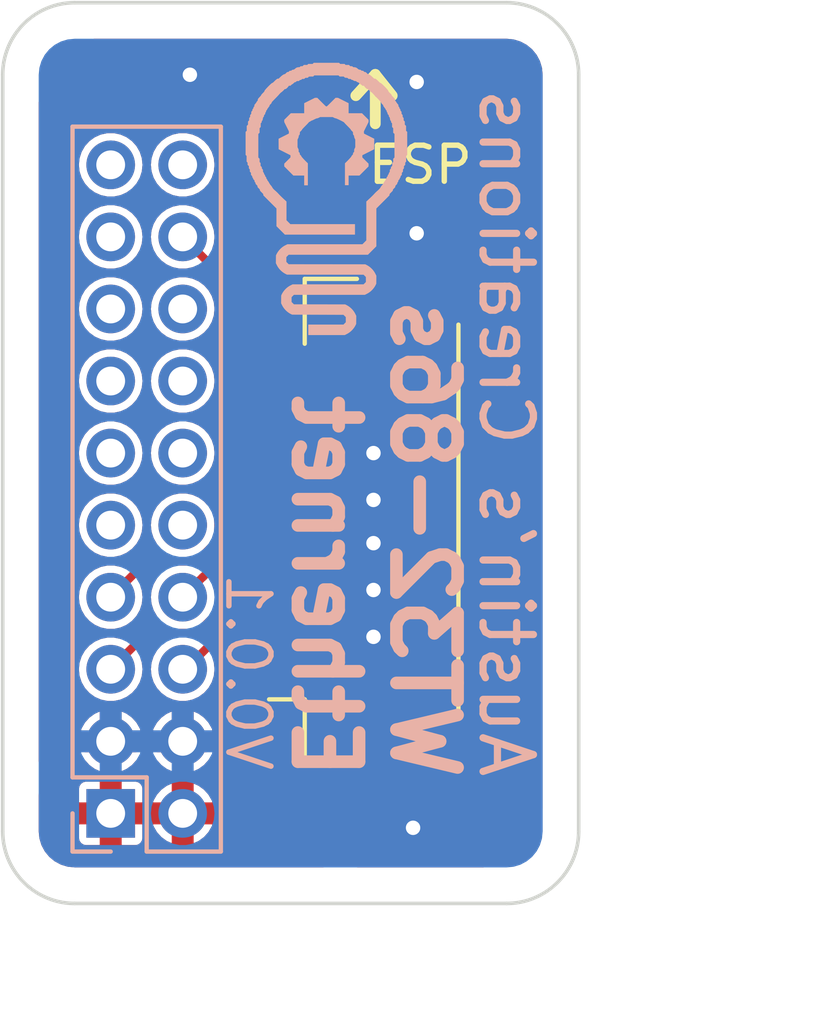
<source format=kicad_pcb>
(kicad_pcb (version 20211014) (generator pcbnew)
  (layers (0 "F.Cu" signal) (31 "B.Cu" signal) (34 "B.Paste" user) (35 "F.Paste" user) (36 "B.SilkS" user "B.Silkscreen") (37 "F.SilkS" user "F.Silkscreen") (38 "B.Mask" user) (39 "F.Mask" user) (44 "Edge.Cuts" user))
  (net 0 "")
  (net 1 "+5V")
  (net 2 "GND")
  (net 3 "SCK_IO9")
  (net 4 "CS_IO20")
  (net 5 "SDI_IO7")
  (net 6 "SDO_IO19")
  (net 7 "IIC_SCL")
  (net 8 "IIC_SDA")
  (net 9 "EN")
  (net 10 "IO0")
  (net 11 "RX0")
  (net 12 "TX0")
  (net 13 "485_B")
  (net 14 "485_A")
  (net 15 "TXD_EXT")
  (net 16 "RXD_EXT")
  (footprint "Fiducial:Fiducial_1mm_Mask2mm" (layer "F.Cu") (at 34 43)
    (fp_text reference "FID1" hide)
    (fp_text value "Fiducial" hide)
  )
  (footprint "Connector_JST:JST_GH_SM08B-GHS-TB_1x08-1MP_P1.25mm_Horizontal" (layer "F.Cu") (at 30.1 34.4 90)
    (fp_text reference "J2" hide)
    (fp_text value "Ethernet" hide)
  )
  (footprint "Fiducial:Fiducial_1mm_Mask2mm" (layer "F.Cu") (at 21.9 22)
    (fp_text reference "FID2" hide)
    (fp_text value "Fiducial" hide)
  )
  (footprint "Connector_PinHeader_2.00mm:PinHeader_2x10_P2.00mm_Vertical" (layer "B.Cu") (at 23 42.5)
    (fp_text reference "J1" hide)
    (fp_text value "Conn_02x10_Odd_Even" hide)
  )
  (gr_poly (pts (xy 28.624643 21.683853) (xy 28.609284 21.699582) (xy 28.48661 21.699582) (xy 28.473275 21.713341) (xy 28.45994 21.727099) (xy 28.364836 21.727099) (xy 28.347479 21.744786) (xy 28.341694 21.750621) (xy 28.339245 21.752983) (xy 28.337003 21.755009) (xy 28.334903 21.756724) (xy 28.332878 21.758154) (xy 28.331873 21.758771) (xy 28.330862 21.759326) (xy 28.329837 21.759823) (xy 28.328789 21.760265) (xy 28.327711 21.760655) (xy 28.326594 21.760996) (xy 28.324208 21.761547) (xy 28.321568 21.761942) (xy 28.318606 21.762207) (xy 28.315257 21.762368) (xy 28.311454 21.762451) (xy 28.302222 21.762487) (xy 28.297495 21.762497) (xy 28.293301 21.762538) (xy 28.289587 21.762628) (xy 28.2863 21.762784) (xy 28.284801 21.762892) (xy 28.283388 21.763024) (xy 28.282056 21.763181) (xy 28.280797 21.763366) (xy 28.279606 21.763581) (xy 28.278476 21.763827) (xy 28.277399 21.764108) (xy 28.27637 21.764425) (xy 28.275382 21.764781) (xy 28.274428 21.765178) (xy 28.273502 21.765617) (xy 28.272598 21.766102) (xy 28.271707 21.766634) (xy 28.270825 21.767216) (xy 28.269944 21.767849) (xy 28.269057 21.768537) (xy 28.268159 21.769281) (xy 28.267242 21.770083) (xy 28.265327 21.771871) (xy 28.26326 21.77392) (xy 28.260987 21.776245) (xy 28.256622 21.780642) (xy 28.254701 21.782437) (xy 28.252881 21.783987) (xy 28.251106 21.78531) (xy 28.249321 21.786424) (xy 28.247472 21.787346) (xy 28.245503 21.788095) (xy 28.24336 21.788689) (xy 28.240987 21.789146) (xy 28.238328 21.789483) (xy 28.23533 21.789718) (xy 28.231937 21.78987) (xy 28.228095 21.789956) (xy 28.218838 21.790004) (xy 28.212568 21.790192) (xy 28.2062 21.790747) (xy 28.199768 21.791656) (xy 28.193305 21.792904) (xy 28.186843 21.794478) (xy 28.180417 21.796363) (xy 28.174059 21.798547) (xy 28.167802 21.801014) (xy 28.161679 21.803751) (xy 28.155723 21.806744) (xy 28.149967 21.80998) (xy 28.144445 21.813444) (xy 28.139188 21.817123) (xy 28.134232 21.821002) (xy 28.129607 21.825069) (xy 28.125348 21.829308) (xy 28.122085 21.83258) (xy 28.118568 21.835745) (xy 28.114827 21.838789) (xy 28.110892 21.841696) (xy 28.106791 21.844453) (xy 28.102557 21.847046) (xy 28.098218 21.849459) (xy 28.093805 21.85168) (xy 28.089347 21.853693) (xy 28.084874 21.855483) (xy 28.080417 21.857038) (xy 28.076006 21.858342) (xy 28.07167 21.859381) (xy 28.067439 21.860141) (xy 28.063344 21.860608) (xy 28.059414 21.860767) (xy 28.056835 21.860794) (xy 28.054454 21.860884) (xy 28.052249 21.861045) (xy 28.050197 21.86129) (xy 28.048274 21.861629) (xy 28.047354 21.861836) (xy 28.046457 21.862071) (xy 28.045581 21.862335) (xy 28.044723 21.862628) (xy 28.04388 21.862953) (xy 28.043049 21.86331) (xy 28.042227 21.863701) (xy 28.041412 21.864127) (xy 28.040599 21.86459) (xy 28.039788 21.865091) (xy 28.038154 21.86621) (xy 28.036487 21.867497) (xy 28.034764 21.868962) (xy 28.032961 21.870614) (xy 28.031057 21.872465) (xy 28.029026 21.874525) (xy 28.026854 21.87674) (xy 28.024853 21.878705) (xy 28.022983 21.880437) (xy 28.02121 21.881949) (xy 28.019493 21.883256) (xy 28.017797 21.884372) (xy 28.016084 21.885313) (xy 28.014316 21.886092) (xy 28.012455 21.886725) (xy 28.010464 21.887226) (xy 28.008306 21.88761) (xy 28.005943 21.887892) (xy 28.003338 21.888085) (xy 28.000452 21.888205) (xy 27.997249 21.888266) (xy 27.993691 21.888283) (xy 27.98999 21.888297) (xy 27.986682 21.888355) (xy 27.98372 21.888477) (xy 27.981053 21.888686) (xy 27.979815 21.88883) (xy 27.978633 21.889005) (xy 27.9775 21.889212) (xy 27.976411 21.889454) (xy 27.975359 21.889734) (xy 27.974338 21.890056) (xy 27.973342 21.890421) (xy 27.972366 21.890833) (xy 27.971402 21.891294) (xy 27.970445 21.891807) (xy 27.969488 21.892375) (xy 27.968526 21.893) (xy 27.967553 21.893685) (xy 27.966562 21.894434) (xy 27.964502 21.89613) (xy 27.962298 21.898112) (xy 27.959902 21.9004) (xy 27.957263 21.903016) (xy 27.954334 21.905984) (xy 27.951551 21.908794) (xy 27.94901 21.911294) (xy 27.946676 21.913501) (xy 27.944514 21.915434) (xy 27.942488 21.917109) (xy 27.940563 21.918545) (xy 27.938703 21.91976) (xy 27.937786 21.92029) (xy 27.936872 21.920771) (xy 27.935956 21.921206) (xy 27.935035 21.921596) (xy 27.934103 21.921945) (xy 27.933156 21.922254) (xy 27.93219 21.922525) (xy 27.9312 21.922761) (xy 27.92913 21.923136) (xy 27.926913 21.923397) (xy 27.924511 21.923561) (xy 27.921889 21.923647) (xy 27.919013 21.923671) (xy 27.915968 21.923694) (xy 27.913213 21.923785) (xy 27.910689 21.923984) (xy 27.908337 21.924326) (xy 27.906095 21.924848) (xy 27.903906 21.925589) (xy 27.901709 21.926585) (xy 27.899445 21.927873) (xy 27.897054 21.929491) (xy 27.894478 21.931475) (xy 27.891655 21.933863) (xy 27.888527 21.936692) (xy 27.885034 21.939999) (xy 27.881117 21.943821) (xy 27.871771 21.953159) (xy 27.868193 21.956726) (xy 27.864773 21.960063) (xy 27.861509 21.96317) (xy 27.858403 21.966049) (xy 27.855454 21.968698) (xy 27.852664 21.971117) (xy 27.85003 21.973306) (xy 27.847555 21.975265) (xy 27.845238 21.976994) (xy 27.843079 21.978493) (xy 27.841079 21.979762) (xy 27.839237 21.9808) (xy 27.837554 21.981608) (xy 27.836773 21.981925) (xy 27.83603 21.982185) (xy 27.835328 21.982387) (xy 27.834665 21.982531) (xy 27.834043 21.982618) (xy 27.83346 21.982647) (xy 27.828787 21.982997) (xy 27.823611 21.984037) (xy 27.81796 21.985748) (xy 27.811861 21.988112) (xy 27.805341 21.991112) (xy 27.798428 21.99473) (xy 27.791149 21.998948) (xy 27.783531 22.003747) (xy 27.775602 22.009112) (xy 27.767388 22.015022) (xy 27.758918 22.021461) (xy 27.750218 22.028412) (xy 27.741316 22.035855) (xy 27.732239 22.043773) (xy 27.723014 22.052148) (xy 27.713669 22.060964) (xy 27.664258 22.108443) (xy 27.644918 22.108443) (xy 27.641982 22.108466) (xy 27.639294 22.108541) (xy 27.636832 22.108677) (xy 27.634569 22.108884) (xy 27.632483 22.109171) (xy 27.631499 22.109347) (xy 27.63055 22.109547) (xy 27.629632 22.109771) (xy 27.628744 22.110021) (xy 27.627881 22.110298) (xy 27.627042 22.110603) (xy 27.626222 22.110937) (xy 27.625419 22.111301) (xy 27.62463 22.111698) (xy 27.623852 22.112126) (xy 27.623082 22.112589) (xy 27.622317 22.113087) (xy 27.621553 22.11362) (xy 27.620789 22.114192) (xy 27.619244 22.11545) (xy 27.617657 22.116873) (xy 27.616006 22.118467) (xy 27.614266 22.120243) (xy 27.613092 22.121444) (xy 27.611909 22.122611) (xy 27.610723 22.123738) (xy 27.609543 22.12482) (xy 27.608377 22.12585) (xy 27.607233 22.126822) (xy 27.606118 22.12773) (xy 27.605042 22.128568) (xy 27.60401 22.12933) (xy 27.603032 22.13001) (xy 27.602116 22.130602) (xy 27.601269 22.1311) (xy 27.6005 22.131498) (xy 27.599815 22.13179) (xy 27.599508 22.131894) (xy 27.599224 22.131969) (xy 27.598966 22.132015) (xy 27.598734 22.132031) (xy 27.598057 22.132275) (xy 27.596919 22.132994) (xy 27.593369 22.135754) (xy 27.588296 22.140117) (xy 27.581909 22.14589) (xy 27.574418 22.152879) (xy 27.566035 22.16089) (xy 27.556969 22.16973) (xy 27.547432 22.179206) (xy 27.540387 22.186246) (xy 27.533996 22.192575) (xy 27.528216 22.198229) (xy 27.523002 22.203244) (xy 27.518309 22.207654) (xy 27.514094 22.211496) (xy 27.510313 22.214804) (xy 27.506921 22.217613) (xy 27.503874 22.21996) (xy 27.502466 22.220971) (xy 27.501128 22.221879) (xy 27.499854 22.222689) (xy 27.498638 22.223406) (xy 27.497476 22.224034) (xy 27.496361 22.224576) (xy 27.495289 22.225038) (xy 27.494253 22.225425) (xy 27.493248 22.225739) (xy 27.492269 22.225987) (xy 27.491309 22.226172) (xy 27.490364 22.226298) (xy 27.489428 22.226371) (xy 27.488496 22.226394) (xy 27.48606 22.226957) (xy 27.482687 22.228599) (xy 27.473389 22.234857) (xy 27.461131 22.244629) (xy 27.446439 22.257378) (xy 27.429839 22.272567) (xy 27.41186 22.289658) (xy 27.37387 22.327399) (xy 27.336686 22.3663) (xy 27.319713 22.384843) (xy 27.304524 22.402064) (xy 27.291644 22.417425) (xy 27.2816 22.430389) (xy 27.274921 22.440419) (xy 27.273008 22.444166) (xy 27.272133 22.446977) (xy 27.27166 22.449972) (xy 27.2711 22.452767) (xy 27.2704 22.455431) (xy 27.269507 22.458035) (xy 27.26837 22.460647) (xy 27.266935 22.463337) (xy 27.26515 22.466174) (xy 27.262963 22.469229) (xy 27.260322 22.47257) (xy 27.257173 22.476267) (xy 27.253465 22.480389) (xy 27.249144 22.485007) (xy 27.238458 22.496004) (xy 27.224693 22.509816) (xy 27.218872 22.515651) (xy 27.213502 22.521101) (xy 27.208573 22.526179) (xy 27.204074 22.530895) (xy 27.199994 22.535264) (xy 27.196324 22.539298) (xy 27.193053 22.543009) (xy 27.19017 22.546409) (xy 27.187665 22.549513) (xy 27.185529 22.552331) (xy 27.183749 22.554877) (xy 27.182316 22.557164) (xy 27.181727 22.558213) (xy 27.18122 22.559203) (xy 27.180795 22.560134) (xy 27.18045 22.561007) (xy 27.180184 22.561826) (xy 27.179996 22.56259) (xy 27.179883 22.563302) (xy 27.179846 22.563963) (xy 27.179707 22.565302) (xy 27.179283 22.566848) (xy 27.17857 22.568609) (xy 27.177561 22.570592) (xy 27.176252 22.572804) (xy 27.174635 22.575254) (xy 27.172705 22.577949) (xy 27.170457 22.580896) (xy 27.16498 22.587577) (xy 27.158158 22.595358) (xy 27.149944 22.604299) (xy 27.140291 22.614459) (xy 27.131817 22.623302) (xy 27.124245 22.631314) (xy 27.117527 22.638569) (xy 27.111614 22.645144) (xy 27.106455 22.651113) (xy 27.102003 22.656551) (xy 27.098208 22.661534) (xy 27.096542 22.663878) (xy 27.095021 22.666137) (xy 27.09364 22.668319) (xy 27.092392 22.670435) (xy 27.091272 22.672494) (xy 27.090273 22.674504) (xy 27.08939 22.676476) (xy 27.088615 22.678419) (xy 27.087943 22.680342) (xy 27.087368 22.682255) (xy 27.086883 22.684168) (xy 27.086483 22.686088) (xy 27.086161 22.688027) (xy 27.085911 22.689993) (xy 27.085602 22.694044) (xy 27.085509 22.698318) (xy 27.085482 22.701175) (xy 27.085393 22.70378) (xy 27.085225 22.706168) (xy 27.084961 22.708375) (xy 27.084582 22.710436) (xy 27.084344 22.711423) (xy 27.084071 22.712386) (xy 27.08376 22.713331) (xy 27.08341 22.714261) (xy 27.083018 22.715181) (xy 27.082582 22.716095) (xy 27.0821 22.717008) (xy 27.081569 22.717924) (xy 27.080353 22.719783) (xy 27.078916 22.721707) (xy 27.077242 22.723731) (xy 27.075311 22.72589) (xy 27.073107 22.728221) (xy 27.070612 22.730757) (xy 27.067808 22.733534) (xy 27.065992 22.735361) (xy 27.06423 22.737216) (xy 27.06253 22.739087) (xy 27.060902 22.740961) (xy 27.059353 22.742826) (xy 27.057894 22.744669) (xy 27.056532 22.746478) (xy 27.055277 22.74824) (xy 27.054137 22.749943) (xy 27.05312 22.751574) (xy 27.052236 22.75312) (xy 27.051493 22.754569) (xy 27.0509 22.755909) (xy 27.050466 22.757127) (xy 27.050311 22.757686) (xy 27.050199 22.75821) (xy 27.050131 22.758697) (xy 27.050108 22.759146) (xy 27.050036 22.760053) (xy 27.049827 22.761071) (xy 27.049487 22.762188) (xy 27.049022 22.763393) (xy 27.048441 22.764676) (xy 27.04775 22.766025) (xy 27.046956 22.767428) (xy 27.046066 22.768876) (xy 27.045088 22.770357) (xy 27.044028 22.771859) (xy 27.042894 22.773372) (xy 27.041691 22.774885) (xy 27.040429 22.776386) (xy 27.039113 22.777864) (xy 27.037751 22.779309) (xy 27.036349 22.78071) (xy 27.034948 22.782092) (xy 27.033586 22.783479) (xy 27.03227 22.784863) (xy 27.031007 22.786234) (xy 27.029805 22.787583) (xy 27.028671 22.7889) (xy 27.027611 22.790178) (xy 27.026633 22.791407) (xy 27.025743 22.792578) (xy 27.024949 22.793681) (xy 27.024258 22.794708) (xy 27.023677 22.79565) (xy 27.023212 22.796498) (xy 27.022872 22.797242) (xy 27.02275 22.797572) (xy 27.022662 22.797873) (xy 27.022609 22.798144) (xy 27.022591 22.798384) (xy 27.022509 22.798904) (xy 27.02227 22.799566) (xy 27.021881 22.80036) (xy 27.02135 22.801275) (xy 27.020685 22.802302) (xy 27.019895 22.80343) (xy 27.018988 22.804649) (xy 27.017971 22.805949) (xy 27.015641 22.808753) (xy 27.012969 22.811761) (xy 27.010022 22.814893) (xy 27.006862 22.818069) (xy 27.004272 22.82062) (xy 27.001982 22.822939) (xy 26.999973 22.825071) (xy 26.998228 22.827058) (xy 26.996727 22.828943) (xy 26.995453 22.830771) (xy 26.994388 22.832585) (xy 26.993927 22.8335) (xy 26.993512 22.834428) (xy 26.993139 22.835374) (xy 26.992808 22.836344) (xy 26.992257 22.838376) (xy 26.991841 22.840567) (xy 26.991542 22.842962) (xy 26.991341 22.845603) (xy 26.99122 22.848535) (xy 26.991161 22.851799) (xy 26.991146 22.855441) (xy 26.991128 22.859001) (xy 26.991067 22.862206) (xy 26.990946 22.865094) (xy 26.990752 22.867701) (xy 26.99047 22.870065) (xy 26.990291 22.871168) (xy 26.990085 22.872224) (xy 26.98985 22.873238) (xy 26.989583 22.874216) (xy 26.989284 22.87516) (xy 26.988949 22.876077) (xy 26.988579 22.876971) (xy 26.988169 22.877846) (xy 26.98772 22.878707) (xy 26.987228 22.87956) (xy 26.986693 22.880408) (xy 26.986112 22.881256) (xy 26.985483 22.882109) (xy 26.984805 22.882972) (xy 26.983294 22.884746) (xy 26.981564 22.886616) (xy 26.9796 22.888617) (xy 26.977387 22.890789) (xy 26.975464 22.892691) (xy 26.973715 22.894505) (xy 26.972132 22.896245) (xy 26.970709 22.897924) (xy 26.969439 22.899557) (xy 26.968315 22.901157) (xy 26.96733 22.902737) (xy 26.966478 22.904311) (xy 26.965752 22.905893) (xy 26.965144 22.907496) (xy 26.964649 22.909134) (xy 26.964259 22.91082) (xy 26.963967 22.912568) (xy 26.963767 22.914391) (xy 26.963652 22.916304) (xy 26.963616 22.918319) (xy 26.963579 22.920335) (xy 26.963464 22.922247) (xy 26.963264 22.924071) (xy 26.962973 22.925819) (xy 26.962583 22.927504) (xy 26.962088 22.929142) (xy 26.961481 22.930744) (xy 26.960755 22.932326) (xy 26.959903 22.933899) (xy 26.958919 22.935478) (xy 26.957796 22.937077) (xy 26.956528 22.938709) (xy 26.955106 22.940387) (xy 26.953525 22.942125) (xy 26.951778 22.943937) (xy 26.949857 22.945836) (xy 26.947758 22.947902) (xy 26.945878 22.949832) (xy 26.944206 22.951651) (xy 26.942729 22.953387) (xy 26.941437 22.955065) (xy 26.940318 22.956712) (xy 26.939361 22.958354) (xy 26.938553 22.960018) (xy 26.937883 22.961729) (xy 26.937341 22.963514) (xy 26.936913 22.9654) (xy 26.936589 22.967412) (xy 26.936357 22.969578) (xy 26.936206 22.971923) (xy 26.936124 22.974473) (xy 26.936099 22.977255) (xy 26.936074 22.980107) (xy 26.935991 22.982711) (xy 26.935834 22.985099) (xy 26.935589 22.987301) (xy 26.93524 22.989349) (xy 26.935023 22.990326) (xy 26.934774 22.991275) (xy 26.934492 22.992202) (xy 26.934175 22.99311) (xy 26.933821 22.994003) (xy 26.933428 22.994885) (xy 26.932995 22.99576) (xy 26.932519 22.996631) (xy 26.931999 22.997504) (xy 26.931433 22.998381) (xy 26.930155 23.000165) (xy 26.92867 23.002015) (xy 26.926964 23.003962) (xy 26.925022 23.006037) (xy 26.922828 23.008272) (xy 26.920369 23.010699) (xy 26.915212 23.015804) (xy 26.913122 23.017994) (xy 26.911328 23.020028) (xy 26.909807 23.021971) (xy 26.908537 23.023888) (xy 26.907494 23.025845) (xy 26.906657 23.027905) (xy 26.906004 23.030134) (xy 26.90551 23.032597) (xy 26.905154 23.035358) (xy 26.904914 23.038483) (xy 26.904766 23.042036) (xy 26.904688 23.046083) (xy 26.904653 23.055916) (xy 26.904618 23.065745) (xy 26.904541 23.06979) (xy 26.904393 23.073343) (xy 26.904285 23.074955) (xy 26.904152 23.076467) (xy 26.90399 23.077889) (xy 26.903796 23.079229) (xy 26.903567 23.080493) (xy 26.903302 23.081691) (xy 26.902996 23.082831) (xy 26.902647 23.08392) (xy 26.902253 23.084968) (xy 26.90181 23.085981) (xy 26.901315 23.086968) (xy 26.900766 23.087937) (xy 26.90016 23.088896) (xy 26.899495 23.089854) (xy 26.898766 23.090818) (xy 26.897972 23.091796) (xy 26.89711 23.092798) (xy 26.896177 23.09383) (xy 26.894085 23.096018) (xy 26.891675 23.098427) (xy 26.888923 23.10112) (xy 26.883819 23.106182) (xy 26.881744 23.108362) (xy 26.879958 23.110387) (xy 26.87844 23.112318) (xy 26.877168 23.114213) (xy 26.87612 23.116133) (xy 26.875274 23.118138) (xy 26.874609 23.120287) (xy 26.874104 23.12264) (xy 26.873735 23.125257) (xy 26.873483 23.128197) (xy 26.873324 23.131522) (xy 26.873237 23.135289) (xy 26.873194 23.144393) (xy 26.873184 23.149124) (xy 26.873144 23.153321) (xy 26.873055 23.157038) (xy 26.872899 23.160328) (xy 26.872791 23.161828) (xy 26.87266 23.163242) (xy 26.872503 23.164575) (xy 26.872318 23.165834) (xy 26.872104 23.167025) (xy 26.871858 23.168156) (xy 26.871578 23.169233) (xy 26.871261 23.170262) (xy 26.870905 23.171251) (xy 26.870509 23.172205) (xy 26.87007 23.173131) (xy 26.869585 23.174036) (xy 26.869053 23.174927) (xy 26.868471 23.175809) (xy 26.867838 23.176691) (xy 26.86715 23.177578) (xy 26.866406 23.178476) (xy 26.865603 23.179393) (xy 26.863814 23.181309) (xy 26.861764 23.183379) (xy 26.859436 23.185654) (xy 26.854932 23.190098) (xy 26.853106 23.192039) (xy 26.851538 23.193883) (xy 26.850207 23.195696) (xy 26.849095 23.197546) (xy 26.848181 23.199499) (xy 26.847447 23.201624) (xy 26.846872 23.203985) (xy 26.846438 23.206652) (xy 26.846124 23.20969) (xy 26.845911 23.213167) (xy 26.845779 23.21715) (xy 26.84571 23.221705) (xy 26.845677 23.232803) (xy 26.845677 23.266617) (xy 26.829948 23.281976) (xy 26.814232 23.297322) (xy 26.814232 23.384515) (xy 26.796531 23.401872) (xy 26.778844 23.419242) (xy 26.778844 23.555224) (xy 26.763114 23.569432) (xy 26.747398 23.583641) (xy 26.747398 24.22593) (xy 26.774915 24.2526) (xy 26.774915 24.410702) (xy 26.788673 24.424037) (xy 26.793138 24.428454) (xy 26.794953 24.430389) (xy 26.796515 24.432225) (xy 26.797843 24.434024) (xy 26.798956 24.435848) (xy 26.799873 24.43776) (xy 26.800612 24.439822) (xy 26.801194 24.442097) (xy 26.801636 24.444646) (xy 26.801958 24.447532) (xy 26.802179 24.450818) (xy 26.802318 24.454566) (xy 26.802394 24.458837) (xy 26.802431 24.469201) (xy 26.802431 24.50103) (xy 26.820119 24.5184) (xy 26.837819 24.535757) (xy 26.837819 24.567586) (xy 26.837857 24.57795) (xy 26.837933 24.582222) (xy 26.838072 24.585969) (xy 26.838171 24.587666) (xy 26.838293 24.589255) (xy 26.83844 24.590744) (xy 26.838615 24.592141) (xy 26.83882 24.593454) (xy 26.839057 24.59469) (xy 26.839329 24.595858) (xy 26.839638 24.596965) (xy 26.839987 24.598019) (xy 26.840378 24.599027) (xy 26.840813 24.599998) (xy 26.841295 24.600939) (xy 26.841825 24.601858) (xy 26.842407 24.602764) (xy 26.843043 24.603662) (xy 26.843735 24.604563) (xy 26.844486 24.605472) (xy 26.845297 24.606398) (xy 26.847112 24.608333) (xy 26.849199 24.61043) (xy 26.851578 24.612751) (xy 26.856043 24.617167) (xy 26.857858 24.619102) (xy 26.85942 24.620937) (xy 26.860748 24.622735) (xy 26.861861 24.624559) (xy 26.862777 24.626471) (xy 26.863517 24.628533) (xy 26.864098 24.630808) (xy 26.864541 24.633358) (xy 26.864863 24.636245) (xy 26.865084 24.639532) (xy 26.865223 24.643282) (xy 26.865298 24.647556) (xy 26.865336 24.657928) (xy 26.865336 24.689784) (xy 26.881065 24.705143) (xy 26.886223 24.710245) (xy 26.888313 24.712433) (xy 26.890107 24.714466) (xy 26.891628 24.716408) (xy 26.892898 24.718325) (xy 26.893941 24.72028) (xy 26.894778 24.722339) (xy 26.895432 24.724567) (xy 26.895925 24.727028) (xy 26.896281 24.729787) (xy 26.896521 24.732909) (xy 26.896669 24.736458) (xy 26.896747 24.7405) (xy 26.896782 24.750321) (xy 26.896782 24.780166) (xy 26.914482 24.797522) (xy 26.917197 24.800215) (xy 26.919626 24.802694) (xy 26.921784 24.804986) (xy 26.923687 24.807121) (xy 26.92535 24.809127) (xy 26.926788 24.811035) (xy 26.928016 24.812872) (xy 26.928557 24.813773) (xy 26.929051 24.814667) (xy 26.9295 24.815559) (xy 26.929907 24.816451) (xy 26.930272 24.817347) (xy 26.930599 24.818251) (xy 26.930888 24.819166) (xy 26.931142 24.820096) (xy 26.931553 24.822016) (xy 26.931846 24.824039) (xy 26.932036 24.826195) (xy 26.932139 24.828512) (xy 26.93217 24.831019) (xy 26.932199 24.833339) (xy 26.932292 24.835507) (xy 26.932456 24.837539) (xy 26.932696 24.839449) (xy 26.93302 24.841253) (xy 26.933434 24.842966) (xy 26.933944 24.844604) (xy 26.934237 24.845399) (xy 26.934557 24.846181) (xy 26.934905 24.846952) (xy 26.935281 24.847713) (xy 26.93612 24.849215) (xy 26.937083 24.850703) (xy 26.938175 24.852191) (xy 26.939403 24.853696) (xy 26.940774 24.855231) (xy 26.942294 24.856813) (xy 26.94397 24.858456) (xy 26.945443 24.859914) (xy 26.946812 24.861361) (xy 26.948079 24.862801) (xy 26.949244 24.864237) (xy 26.950309 24.865669) (xy 26.951275 24.867101) (xy 26.952143 24.868536) (xy 26.952915 24.869975) (xy 26.953591 24.871421) (xy 26.954173 24.872877) (xy 26.954662 24.874345) (xy 26.95506 24.875828) (xy 26.955367 24.877327) (xy 26.955585 24.878846) (xy 26.955714 24.880386) (xy 26.955757 24.881951) (xy 26.955811 24.883693) (xy 26.955979 24.885397) (xy 26.956269 24.887077) (xy 26.956691 24.888748) (xy 26.957255 24.890426) (xy 26.95797 24.892125) (xy 26.958844 24.893859) (xy 26.959887 24.895643) (xy 26.961108 24.897493) (xy 26.962516 24.899422) (xy 26.964121 24.901446) (xy 26.965932 24.903579) (xy 26.967957 24.905837) (xy 26.970207 24.908233) (xy 26.97269 24.910784) (xy 26.975416 24.913502) (xy 26.978591 24.91665) (xy 26.981407 24.919502) (xy 26.983886 24.922098) (xy 26.98605 24.924479) (xy 26.987918 24.926685) (xy 26.989513 24.928756) (xy 26.990215 24.929753) (xy 26.990856 24.930732) (xy 26.991439 24.931698) (xy 26.991967 24.932655) (xy 26.992443 24.933608) (xy 26.992868 24.934563) (xy 26.993247 24.935525) (xy 26.993581 24.936498) (xy 26.993873 24.937488) (xy 26.994125 24.938499) (xy 26.994523 24.940608) (xy 26.994796 24.942863) (xy 26.994965 24.945306) (xy 26.99505 24.947976) (xy 26.995074 24.950914) (xy 26.995099 24.95369) (xy 26.995182 24.956235) (xy 26.995334 24.958575) (xy 26.995566 24.960736) (xy 26.995891 24.962746) (xy 26.996092 24.963701) (xy 26.99632 24.964629) (xy 26.996576 24.965532) (xy 26.996863 24.966413) (xy 26.997182 24.967275) (xy 26.997533 24.968122) (xy 26.997919 24.968958) (xy 26.998342 24.969785) (xy 26.998801 24.970606) (xy 26.999299 24.971426) (xy 26.999838 24.972247) (xy 27.000419 24.973072) (xy 27.00171 24.974749) (xy 27.003186 24.976484) (xy 27.004857 24.978302) (xy 27.006736 24.98023) (xy 27.008833 24.982294) (xy 27.010849 24.984285) (xy 27.012668 24.986162) (xy 27.014298 24.987945) (xy 27.015749 24.989655) (xy 27.01703 24.991311) (xy 27.018151 24.992934) (xy 27.019121 24.994542) (xy 27.019949 24.996157) (xy 27.020644 24.997797) (xy 27.021217 24.999483) (xy 27.021675 25.001235) (xy 27.02203 25.003072) (xy 27.022289 25.005015) (xy 27.022463 25.007084) (xy 27.02256 25.009297) (xy 27.022591 25.011676) (xy 27.022624 25.014303) (xy 27.022743 25.016721) (xy 27.022979 25.018979) (xy 27.023359 25.021123) (xy 27.023916 25.0232) (xy 27.024677 25.025257) (xy 27.025673 25.02734) (xy 27.026933 25.029497) (xy 27.028488 25.031775) (xy 27.030367 25.03422) (xy 27.032599 25.036879) (xy 27.035215 25.039799) (xy 27.038244 25.043027) (xy 27.041716 25.04661) (xy 27.050108 25.055028) (xy 27.058766 25.063694) (xy 27.062316 25.067343) (xy 27.065393 25.07061) (xy 27.068029 25.07355) (xy 27.07026 25.076219) (xy 27.071233 25.07747) (xy 27.072117 25.078673) (xy 27.072917 25.079837) (xy 27.073636 25.080967) (xy 27.074279 25.082072) (xy 27.074849 25.083157) (xy 27.075352 25.08423) (xy 27.075792 25.085297) (xy 27.076172 25.086366) (xy 27.076496 25.087444) (xy 27.07677 25.088537) (xy 27.076997 25.089653) (xy 27.077182 25.090798) (xy 27.077328 25.09198) (xy 27.077523 25.094479) (xy 27.077615 25.097207) (xy 27.077638 25.100219) (xy 27.07766 25.10328) (xy 27.077754 25.106049) (xy 27.077965 25.108591) (xy 27.078335 25.110974) (xy 27.078908 25.113265) (xy 27.079728 25.115528) (xy 27.080838 25.117832) (xy 27.082281 25.120243) (xy 27.084102 25.122827) (xy 27.086343 25.12565) (xy 27.089048 25.12878) (xy 27.09226 25.132282) (xy 27.096023 25.136224) (xy 27.100381 25.140671) (xy 27.111054 25.15135) (xy 27.121367 25.161692) (xy 27.125619 25.16605) (xy 27.129319 25.169939) (xy 27.132505 25.173417) (xy 27.135214 25.176538) (xy 27.136402 25.177983) (xy 27.137486 25.17936) (xy 27.138469 25.180675) (xy 27.139357 25.181937) (xy 27.140154 25.183151) (xy 27.140866 25.184326) (xy 27.141496 25.185467) (xy 27.14205 25.186582) (xy 27.142532 25.187678) (xy 27.142948 25.188762) (xy 27.143302 25.189841) (xy 27.143598 25.190921) (xy 27.143841 25.19201) (xy 27.144037 25.193116) (xy 27.14419 25.194243) (xy 27.144304 25.195401) (xy 27.144436 25.197834) (xy 27.144472 25.20047) (xy 27.14451 25.203165) (xy 27.144664 25.205663) (xy 27.144992 25.20804) (xy 27.145553 25.210375) (xy 27.146404 25.212746) (xy 27.147605 25.215229) (xy 27.149212 25.217904) (xy 27.151286 25.220847) (xy 27.153884 25.224137) (xy 27.157064 25.227851) (xy 27.160886 25.232068) (xy 27.165406 25.236864) (xy 27.176778 25.248506) (xy 27.191647 25.263401) (xy 27.20699 25.278752) (xy 27.213223 25.285064) (xy 27.218585 25.290589) (xy 27.22314 25.295415) (xy 27.226955 25.299633) (xy 27.228606 25.301543) (xy 27.230096 25.303334) (xy 27.231433 25.305018) (xy 27.232627 25.306607) (xy 27.233685 25.308112) (xy 27.234615 25.309543) (xy 27.235425 25.310913) (xy 27.236125 25.312232) (xy 27.236721 25.313511) (xy 27.237222 25.314763) (xy 27.237637 25.315998) (xy 27.237973 25.317228) (xy 27.238239 25.318464) (xy 27.238443 25.319716) (xy 27.238593 25.320997) (xy 27.238697 25.322318) (xy 27.238801 25.325124) (xy 27.238822 25.328223) (xy 27.238822 25.34599) (xy 27.421636 25.528764) (xy 27.604436 25.711539) (xy 27.604436 26.202949) (xy 27.721369 26.319935) (xy 27.838315 26.43692) (xy 29.786362 26.43692) (xy 29.786362 26.145998) (xy 27.991786 26.145998) (xy 27.937679 26.091996) (xy 27.883571 26.037981) (xy 27.883571 25.518036) (xy 27.827546 25.466587) (xy 27.79991 25.441016) (xy 27.773767 25.416445) (xy 27.749228 25.392981) (xy 27.726403 25.370734) (xy 27.7054 25.34981) (xy 27.686331 25.330319) (xy 27.669304 25.312367) (xy 27.654429 25.296064) (xy 27.647335 25.288356) (xy 27.638818 25.279539) (xy 27.6292 25.269921) (xy 27.618805 25.259812) (xy 27.607953 25.249521) (xy 27.596968 25.239356) (xy 27.586172 25.229627) (xy 27.575888 25.220644) (xy 27.55698 25.204222) (xy 27.548768 25.196887) (xy 27.541293 25.190034) (xy 27.53449 25.183589) (xy 27.528291 25.177475) (xy 27.522628 25.171617) (xy 27.517435 25.16594) (xy 27.512644 25.160367) (xy 27.508189 25.154823) (xy 27.504001 25.149232) (xy 27.500015 25.143519) (xy 27.496163 25.137609) (xy 27.492378 25.131424) (xy 27.488592 25.124891) (xy 27.484739 25.117933) (xy 27.483095 25.115004) (xy 27.481262 25.111911) (xy 27.477108 25.105337) (xy 27.472433 25.098423) (xy 27.467392 25.091382) (xy 27.462141 25.084425) (xy 27.456837 25.077764) (xy 27.451635 25.071612) (xy 27.449121 25.068793) (xy 27.446692 25.06618) (xy 27.444339 25.063683) (xy 27.442053 25.061197) (xy 27.439844 25.058738) (xy 27.437725 25.056321) (xy 27.435707 25.053961) (xy 27.433802 25.051674) (xy 27.432023 25.049475) (xy 27.43038 25.04738) (xy 27.428887 25.045404) (xy 27.427553 25.043562) (xy 27.426393 25.041869) (xy 27.425417 25.040342) (xy 27.424637 25.038995) (xy 27.424065 25.037844) (xy 27.423861 25.037346) (xy 27.423714 25.036904) (xy 27.423624 25.036518) (xy 27.423594 25.03619) (xy 27.423561 25.035577) (xy 27.423467 25.034929) (xy 27.423312 25.034251) (xy 27.423102 25.033549) (xy 27.422839 25.032827) (xy 27.422526 25.032093) (xy 27.422166 25.031351) (xy 27.421763 25.030607) (xy 27.42132 25.029867) (xy 27.42084 25.029136) (xy 27.420326 25.02842) (xy 27.419782 25.027725) (xy 27.41921 25.027056) (xy 27.418614 25.026419) (xy 27.417997 25.025819) (xy 27.417362 25.025262) (xy 27.416648 25.024581) (xy 27.415801 25.023617) (xy 27.413753 25.020909) (xy 27.411306 25.017282) (xy 27.408547 25.01288) (xy 27.405563 25.007845) (xy 27.402441 25.002321) (xy 27.399267 24.99645) (xy 27.39613 24.990377) (xy 27.394548 24.9873) (xy 27.392903 24.98421) (xy 27.389476 24.978069) (xy 27.385951 24.972117) (xy 27.382434 24.966515) (xy 27.380712 24.963896) (xy 27.379031 24.961425) (xy 27.377404 24.959123) (xy 27.375845 24.95701) (xy 27.374366 24.955105) (xy 27.372981 24.95343) (xy 27.371703 24.952004) (xy 27.370545 24.950848) (xy 27.368272 24.948648) (xy 27.366078 24.946346) (xy 27.363974 24.943957) (xy 27.361967 24.941498) (xy 27.360067 24.938986) (xy 27.358284 24.936436) (xy 27.356627 24.933866) (xy 27.355104 24.931291) (xy 27.353726 24.928728) (xy 27.352502 24.926193) (xy 27.351441 24.923703) (xy 27.350551 24.921274) (xy 27.349843 24.918923) (xy 27.349326 24.916665) (xy 27.349009 24.914518) (xy 27.348902 24.912497) (xy 27.34883 24.911686) (xy 27.348621 24.910761) (xy 27.34828 24.909734) (xy 27.347816 24.908616) (xy 27.347235 24.907416) (xy 27.346544 24.906146) (xy 27.34575 24.904815) (xy 27.34486 24.903435) (xy 27.343882 24.902016) (xy 27.342822 24.900568) (xy 27.341687 24.899102) (xy 27.340485 24.897629) (xy 27.339223 24.896159) (xy 27.337907 24.894703) (xy 27.336545 24.89327) (xy 27.335143 24.891873) (xy 27.333107 24.889866) (xy 27.331274 24.887977) (xy 27.329633 24.886186) (xy 27.328175 24.884472) (xy 27.32689 24.882812) (xy 27.325769 24.881186) (xy 27.324801 24.879572) (xy 27.323976 24.877949) (xy 27.323286 24.876296) (xy 27.322719 24.874591) (xy 27.322267 24.872812) (xy 27.321918 24.87094) (xy 27.321665 24.868952) (xy 27.321496 24.866827) (xy 27.321401 24.864544) (xy 27.321372 24.862081) (xy 27.321345 24.859527) (xy 27.321253 24.857183) (xy 27.321085 24.855021) (xy 27.320825 24.853014) (xy 27.320461 24.851137) (xy 27.320235 24.850238) (xy 27.319978 24.849362) (xy 27.319688 24.848505) (xy 27.319364 24.847663) (xy 27.319003 24.846834) (xy 27.318604 24.846014) (xy 27.318165 24.8452) (xy 27.317685 24.844388) (xy 27.317161 24.843575) (xy 27.316593 24.842758) (xy 27.315315 24.841098) (xy 27.313837 24.839381) (xy 27.312146 24.837581) (xy 27.310228 24.835671) (xy 27.308069 24.833625) (xy 27.305655 24.831416) (xy 27.303318 24.829274) (xy 27.301216 24.827274) (xy 27.299336 24.825395) (xy 27.297667 24.823615) (xy 27.296198 24.821913) (xy 27.294917 24.820268) (xy 27.293813 24.818658) (xy 27.292874 24.817062) (xy 27.292463 24.816262) (xy 27.292089 24.815458) (xy 27.291751 24.814647) (xy 27.291446 24.813826) (xy 27.290934 24.812144) (xy 27.29054 24.81039) (xy 27.290254 24.808543) (xy 27.290064 24.806582) (xy 27.289959 24.804485) (xy 27.289926 24.802232) (xy 27.289892 24.800069) (xy 27.289785 24.798035) (xy 27.289598 24.796113) (xy 27.289323 24.794288) (xy 27.288951 24.792543) (xy 27.288476 24.790862) (xy 27.287889 24.78923) (xy 27.287183 24.78763) (xy 27.28635 24.786047) (xy 27.285382 24.784464) (xy 27.284272 24.782866) (xy 27.283011 24.781236) (xy 27.281593 24.779559) (xy 27.280009 24.777817) (xy 27.278252 24.775997) (xy 27.276313 24.77408) (xy 27.274491 24.772265) (xy 27.2728 24.770479) (xy 27.271236 24.768712) (xy 27.269793 24.766954) (xy 27.268466 24.765195) (xy 27.26725 24.763424) (xy 27.266139 24.761631) (xy 27.265128 24.759806) (xy 27.264212 24.757939) (xy 27.263386 24.75602) (xy 27.262644 24.754038) (xy 27.261981 24.751983) (xy 27.261392 24.749845) (xy 27.260872 24.747615) (xy 27.260414 24.745281) (xy 27.260015 24.742833) (xy 27.259636 24.740566) (xy 27.259178 24.738327) (xy 27.25864 24.736117) (xy 27.258022 24.733932) (xy 27.257323 24.731773) (xy 27.256543 24.729638) (xy 27.255681 24.727526) (xy 27.254736 24.725435) (xy 27.253709 24.723364) (xy 27.252598 24.721313) (xy 27.251402 24.719279) (xy 27.250122 24.717262) (xy 27.248756 24.715261) (xy 27.247304 24.713274) (xy 27.245766 24.711299) (xy 27.24414 24.709337) (xy 27.239999 24.704357) (xy 27.2383 24.702153) (xy 27.236827 24.700066) (xy 27.235565 24.69804) (xy 27.234496 24.696021) (xy 27.233605 24.693951) (xy 27.232877 24.691777) (xy 27.232294 24.689442) (xy 27.231841 24.686891) (xy 27.231502 24.684069) (xy 27.231261 24.68092) (xy 27.231101 24.677389) (xy 27.231007 24.67342) (xy 27.23095 24.663947) (xy 27.230916 24.654085) (xy 27.230839 24.650026) (xy 27.230692 24.646463) (xy 27.230585 24.644847) (xy 27.230452 24.64333) (xy 27.23029 24.641905) (xy 27.230097 24.640562) (xy 27.229869 24.639295) (xy 27.229604 24.638095) (xy 27.229299 24.636953) (xy 27.228951 24.635862) (xy 27.228557 24.634813) (xy 27.228115 24.633799) (xy 27.227621 24.632811) (xy 27.227073 24.631841) (xy 27.226467 24.630881) (xy 27.225802 24.629923) (xy 27.225074 24.628958) (xy 27.224281 24.627979) (xy 27.223419 24.626978) (xy 27.222486 24.625946) (xy 27.220395 24.623756) (xy 27.217985 24.621346) (xy 27.215234 24.618651) (xy 27.212705 24.616155) (xy 27.21046 24.613872) (xy 27.208482 24.611765) (xy 27.206755 24.609796) (xy 27.205261 24.607926) (xy 27.203984 24.60612) (xy 27.202909 24.60434) (xy 27.202017 24.602548) (xy 27.201634 24.601635) (xy 27.201292 24.600706) (xy 27.200718 24.598778) (xy 27.200278 24.596725) (xy 27.199955 24.594511) (xy 27.199733 24.592098) (xy 27.199595 24.589448) (xy 27.199525 24.586524) (xy 27.199505 24.583289) (xy 27.199486 24.579994) (xy 27.199416 24.577025) (xy 27.199276 24.57434) (xy 27.199044 24.571897) (xy 27.198701 24.569652) (xy 27.198482 24.568591) (xy 27.198227 24.567563) (xy 27.197934 24.566564) (xy 27.197601 24.565589) (xy 27.197224 24.564631) (xy 27.196803 24.563685) (xy 27.196333 24.562747) (xy 27.195813 24.56181) (xy 27.19524 24.560871) (xy 27.194611 24.559922) (xy 27.193177 24.557977) (xy 27.19149 24.555933) (xy 27.189531 24.553747) (xy 27.18728 24.551378) (xy 27.184715 24.548782) (xy 27.181817 24.545917) (xy 27.164116 24.528547) (xy 27.164116 24.449172) (xy 27.150358 24.435837) (xy 27.1366 24.422502) (xy 27.1366 24.331327) (xy 27.118913 24.313957) (xy 27.101225 24.2966) (xy 27.101225 23.643331) (xy 27.118913 23.625961) (xy 27.1366 23.608604) (xy 27.1366 23.482107) (xy 27.152329 23.466748) (xy 27.168059 23.451389) (xy 27.168059 23.348386) (xy 27.181817 23.335038) (xy 27.183917 23.33297) (xy 27.185797 23.331039) (xy 27.187469 23.329219) (xy 27.188945 23.327483) (xy 27.190237 23.325805) (xy 27.191356 23.324158) (xy 27.192314 23.322516) (xy 27.193122 23.320853) (xy 27.193791 23.319142) (xy 27.194334 23.317356) (xy 27.194762 23.315469) (xy 27.195086 23.313454) (xy 27.195317 23.311286) (xy 27.195469 23.308937) (xy 27.195551 23.306381) (xy 27.195576 23.303592) (xy 27.195601 23.300803) (xy 27.195683 23.298247) (xy 27.195834 23.295898) (xy 27.196066 23.293729) (xy 27.19639 23.291713) (xy 27.19659 23.290755) (xy 27.196818 23.289826) (xy 27.197074 23.288921) (xy 27.19736 23.288039) (xy 27.197678 23.287175) (xy 27.19803 23.286327) (xy 27.198415 23.28549) (xy 27.198837 23.284663) (xy 27.199297 23.283841) (xy 27.199795 23.283021) (xy 27.200333 23.2822) (xy 27.200914 23.281374) (xy 27.202206 23.279696) (xy 27.203682 23.277961) (xy 27.205354 23.276142) (xy 27.207234 23.274213) (xy 27.209334 23.272147) (xy 27.211452 23.270059) (xy 27.213347 23.268115) (xy 27.21503 23.266285) (xy 27.216512 23.264542) (xy 27.217807 23.262857) (xy 27.218925 23.261203) (xy 27.21988 23.25955) (xy 27.220683 23.257872) (xy 27.221346 23.25614) (xy 27.221882 23.254326) (xy 27.222302 23.252402) (xy 27.222619 23.25034) (xy 27.222844 23.248111) (xy 27.22299 23.245688) (xy 27.223069 23.243042) (xy 27.223092 23.240145) (xy 27.223113 23.238234) (xy 27.223172 23.236351) (xy 27.22327 23.234508) (xy 27.223403 23.232715) (xy 27.223569 23.230983) (xy 27.223767 23.229324) (xy 27.223994 23.227747) (xy 27.224248 23.226265) (xy 27.224528 23.224886) (xy 27.224831 23.223623) (xy 27.225155 23.222486) (xy 27.225498 23.221486) (xy 27.225858 23.220634) (xy 27.226044 23.220266) (xy 27.226233 23.21994) (xy 27.226426 23.219656) (xy 27.226622 23.219415) (xy 27.22682 23.21922) (xy 27.227021 23.219071) (xy 27.227423 23.218747) (xy 27.227813 23.218282) (xy 27.22819 23.217685) (xy 27.228551 23.216965) (xy 27.228894 23.21613) (xy 27.229218 23.21519) (xy 27.22952 23.214153) (xy 27.229799 23.213027) (xy 27.230053 23.211823) (xy 27.230279 23.210548) (xy 27.230476 23.209211) (xy 27.230642 23.207822) (xy 27.230774 23.206388) (xy 27.230871 23.20492) (xy 27.23093 23.203425) (xy 27.23095 23.201913) (xy 27.230985 23.199791) (xy 27.231094 23.197791) (xy 27.231286 23.195897) (xy 27.231567 23.194093) (xy 27.231946 23.192364) (xy 27.23243 23.190694) (xy 27.233027 23.189069) (xy 27.233743 23.187472) (xy 27.234588 23.185887) (xy 27.235568 23.1843) (xy 27.236692 23.182695) (xy 27.237966 23.181057) (xy 27.239398 23.179369) (xy 27.240997 23.177616) (xy 27.242769 23.175783) (xy 27.244722 23.173854) (xy 27.246819 23.171788) (xy 27.248698 23.169858) (xy 27.250369 23.168039) (xy 27.251845 23.166303) (xy 27.253136 23.164625) (xy 27.254255 23.162979) (xy 27.255213 23.161337) (xy 27.256022 23.159674) (xy 27.256692 23.157963) (xy 27.257235 23.156179) (xy 27.257664 23.154294) (xy 27.257988 23.152283) (xy 27.258221 23.150119) (xy 27.258373 23.147776) (xy 27.258456 23.145228) (xy 27.258481 23.142448) (xy 27.258505 23.139548) (xy 27.258589 23.136908) (xy 27.258751 23.134491) (xy 27.25901 23.132261) (xy 27.259383 23.130183) (xy 27.259618 23.129189) (xy 27.259888 23.12822) (xy 27.260195 23.12727) (xy 27.260543 23.126336) (xy 27.260932 23.125413) (xy 27.261366 23.124496) (xy 27.261846 23.123581) (xy 27.262376 23.122663) (xy 27.263589 23.120802) (xy 27.265025 23.118876) (xy 27.266701 23.116849) (xy 27.268636 23.114687) (xy 27.270846 23.112351) (xy 27.273351 23.109808) (xy 27.276167 23.10702) (xy 27.278984 23.10423) (xy 27.281489 23.101685) (xy 27.2837 23.09935) (xy 27.285634 23.097187) (xy 27.28731 23.09516) (xy 27.288746 23.093234) (xy 27.28996 23.091373) (xy 27.290489 23.090455) (xy 27.29097 23.089539) (xy 27.291403 23.088622) (xy 27.291793 23.087698) (xy 27.29214 23.086763) (xy 27.292448 23.085813) (xy 27.292718 23.084843) (xy 27.292953 23.083848) (xy 27.293326 23.081766) (xy 27.293584 23.079532) (xy 27.293747 23.077109) (xy 27.293831 23.074461) (xy 27.293855 23.071553) (xy 27.29388 23.068858) (xy 27.293962 23.066374) (xy 27.294107 23.064081) (xy 27.294326 23.061957) (xy 27.294626 23.059983) (xy 27.294808 23.059045) (xy 27.295015 23.058137) (xy 27.295245 23.057256) (xy 27.295501 23.056399) (xy 27.295784 23.055563) (xy 27.296094 23.054747) (xy 27.296433 23.053947) (xy 27.296801 23.053161) (xy 27.2972 23.052386) (xy 27.297631 23.05162) (xy 27.298095 23.05086) (xy 27.298592 23.050103) (xy 27.299693 23.04859) (xy 27.300941 23.04706) (xy 27.302345 23.045492) (xy 27.303914 23.043865) (xy 27.305655 23.042158) (xy 27.307329 23.040512) (xy 27.308847 23.038928) (xy 27.310216 23.037391) (xy 27.311443 23.035885) (xy 27.312534 23.034395) (xy 27.313495 23.032906) (xy 27.314334 23.031403) (xy 27.315057 23.029869) (xy 27.315669 23.028291) (xy 27.316179 23.026652) (xy 27.316593 23.024937) (xy 27.316916 23.023132) (xy 27.317157 23.02122) (xy 27.31732 23.019187) (xy 27.317413 23.017016) (xy 27.317443 23.014694) (xy 27.317473 23.012231) (xy 27.317573 23.009949) (xy 27.317754 23.007824) (xy 27.318029 23.005832) (xy 27.318411 23.003946) (xy 27.318911 23.002143) (xy 27.319209 23.001265) (xy 27.319542 23.000398) (xy 27.319911 22.999539) (xy 27.320317 22.998685) (xy 27.321248 22.99698) (xy 27.322347 22.995258) (xy 27.323627 22.993495) (xy 27.3251 22.991665) (xy 27.326779 22.989743) (xy 27.328675 22.987705) (xy 27.330803 22.985527) (xy 27.333172 22.983182) (xy 27.335056 22.981301) (xy 27.336822 22.979454) (xy 27.33847 22.977641) (xy 27.34 22.975864) (xy 27.34141 22.974123) (xy 27.342701 22.97242) (xy 27.343872 22.970754) (xy 27.344921 22.969128) (xy 27.34585 22.967541) (xy 27.346656 22.965995) (xy 27.34734 22.964491) (xy 27.3479 22.963029) (xy 27.348338 22.96161) (xy 27.348651 22.960236) (xy 27.348839 22.958907) (xy 27.348902 22.957623) (xy 27.348964 22.956342) (xy 27.349152 22.955014) (xy 27.349464 22.953641) (xy 27.349901 22.952223) (xy 27.35046 22.950762) (xy 27.351143 22.949258) (xy 27.351948 22.947712) (xy 27.352875 22.946125) (xy 27.353924 22.944499) (xy 27.355093 22.942834) (xy 27.356383 22.94113) (xy 27.357792 22.93939) (xy 27.359321 22.937614) (xy 27.360969 22.935802) (xy 27.362734 22.933956) (xy 27.364618 22.932078) (xy 27.36622 22.93048) (xy 27.367778 22.928863) (xy 27.369282 22.927238) (xy 27.370726 22.925617) (xy 27.3721 22.924011) (xy 27.373397 22.922429) (xy 27.374609 22.920885) (xy 27.375727 22.919388) (xy 27.376744 22.917949) (xy 27.377652 22.91658) (xy 27.378442 22.915292) (xy 27.379106 22.914095) (xy 27.379637 22.913002) (xy 27.380026 22.912022) (xy 27.380165 22.911578) (xy 27.380266 22.911167) (xy 27.380327 22.91079) (xy 27.380347 22.910448) (xy 27.380429 22.909731) (xy 27.380668 22.908878) (xy 27.381057 22.907899) (xy 27.381588 22.906806) (xy 27.382253 22.90561) (xy 27.383043 22.904322) (xy 27.383951 22.902954) (xy 27.384968 22.901515) (xy 27.386086 22.900018) (xy 27.387298 22.898473) (xy 27.388595 22.896892) (xy 27.389969 22.895286) (xy 27.391413 22.893666) (xy 27.392917 22.892043) (xy 27.394475 22.890427) (xy 27.396077 22.888832) (xy 27.398321 22.886606) (xy 27.400354 22.88451) (xy 27.402186 22.882529) (xy 27.403826 22.880644) (xy 27.405282 22.87884) (xy 27.406565 22.877098) (xy 27.407683 22.875403) (xy 27.408645 22.873737) (xy 27.409459 22.872083) (xy 27.410136 22.870425) (xy 27.410684 22.868746) (xy 27.411112 22.867028) (xy 27.411429 22.865255) (xy 27.411645 22.86341) (xy 27.411767 22.861476) (xy 27.411806 22.859436) (xy 27.411855 22.857209) (xy 27.412018 22.855101) (xy 27.412323 22.853073) (xy 27.412795 22.851085) (xy 27.413463 22.849098) (xy 27.414351 22.847074) (xy 27.415488 22.844971) (xy 27.4169 22.842753) (xy 27.418612 22.840378) (xy 27.420653 22.837809) (xy 27.423049 22.835005) (xy 27.425826 22.831927) (xy 27.429011 22.828537) (xy 27.432631 22.824795) (xy 27.441281 22.816098) (xy 27.445606 22.811776) (xy 27.449506 22.807816) (xy 27.453002 22.804189) (xy 27.456113 22.800867) (xy 27.45886 22.797822) (xy 27.461262 22.795025) (xy 27.46334 22.792447) (xy 27.465113 22.790061) (xy 27.465893 22.788931) (xy 27.466603 22.787838) (xy 27.467248 22.786778) (xy 27.467829 22.785749) (xy 27.468349 22.784746) (xy 27.468811 22.783766) (xy 27.469217 22.782806) (xy 27.46957 22.781862) (xy 27.469871 22.780929) (xy 27.470124 22.780006) (xy 27.470332 22.779088) (xy 27.470496 22.778172) (xy 27.470619 22.777253) (xy 27.470704 22.77633) (xy 27.470769 22.774452) (xy 27.470913 22.772379) (xy 27.471402 22.770164) (xy 27.47232 22.767709) (xy 27.473749 22.76492) (xy 27.475775 22.761698) (xy 27.478481 22.757949) (xy 27.481951 22.753574) (xy 27.486268 22.748478) (xy 27.497782 22.735737) (xy 27.513693 22.718952) (xy 27.534671 22.697353) (xy 27.561388 22.670167) (xy 27.597699 22.633083) (xy 27.629585 22.600055) (xy 27.653602 22.574682) (xy 27.661585 22.565991) (xy 27.666309 22.560563) (xy 27.670323 22.555707) (xy 27.674829 22.550446) (xy 27.684932 22.539107) (xy 27.695843 22.527338) (xy 27.706789 22.515933) (xy 27.716994 22.505683) (xy 27.725686 22.49738) (xy 27.729222 22.494207) (xy 27.73209 22.491817) (xy 27.734192 22.490311) (xy 27.734925 22.48992) (xy 27.735431 22.489787) (xy 27.736211 22.489613) (xy 27.737324 22.489105) (xy 27.740459 22.487164) (xy 27.744665 22.484118) (xy 27.74977 22.480124) (xy 27.761986 22.469914) (xy 27.775728 22.457779) (xy 27.789615 22.444964) (xy 27.80227 22.432715) (xy 27.807704 22.427192) (xy 27.812313 22.422277) (xy 27.815924 22.418127) (xy 27.818365 22.414897) (xy 27.81991 22.412604) (xy 27.82136 22.410555) (xy 27.822743 22.408735) (xy 27.824091 22.407128) (xy 27.825432 22.405717) (xy 27.826796 22.404485) (xy 27.828213 22.403417) (xy 27.829712 22.402496) (xy 27.831324 22.401706) (xy 27.833076 22.401031) (xy 27.835 22.400454) (xy 27.837125 22.39996) (xy 27.83948 22.399531) (xy 27.842095 22.399153) (xy 27.845 22.398807) (xy 27.848223 22.398479) (xy 27.852532 22.397796) (xy 27.857035 22.396562) (xy 27.861721 22.394783) (xy 27.866582 22.392467) (xy 27.871609 22.389623) (xy 27.876792 22.386258) (xy 27.882122 22.38238) (xy 27.88759 22.377996) (xy 27.893187 22.373114) (xy 27.898903 22.367742) (xy 27.904729 22.361888) (xy 27.910657 22.355559) (xy 27.916676 22.348763) (xy 27.922778 22.341509) (xy 27.928953 22.333803) (xy 27.935192 22.325653) (xy 27.950657 22.305015) (xy 27.973411 22.305015) (xy 27.977239 22.305003) (xy 27.980647 22.304954) (xy 27.983679 22.304849) (xy 27.986379 22.304669) (xy 27.987618 22.304546) (xy 27.988791 22.304396) (xy 27.989902 22.304218) (xy 27.990959 22.30401) (xy 27.991965 22.303769) (xy 27.992928 22.303492) (xy 27.993851 22.303178) (xy 27.994741 22.302824) (xy 27.995604 22.302428) (xy 27.996444 22.301987) (xy 27.997267 22.301498) (xy 27.998079 22.300961) (xy 27.998885 22.300371) (xy 27.999691 22.299727) (xy 28.000503 22.299027) (xy 28.001325 22.298268) (xy 28.003025 22.296563) (xy 28.004834 22.294594) (xy 28.006797 22.292342) (xy 28.008957 22.289788) (xy 28.010365 22.288184) (xy 28.011942 22.286518) (xy 28.013672 22.284805) (xy 28.015537 22.283057) (xy 28.017521 22.281289) (xy 28.019606 22.279512) (xy 28.021776 22.27774) (xy 28.024012 22.275985) (xy 28.026299 22.274263) (xy 28.028619 22.272584) (xy 28.030956 22.270963) (xy 28.033291 22.269412) (xy 28.035608 22.267945) (xy 28.037891 22.266575) (xy 28.040121 22.265314) (xy 28.042282 22.264177) (xy 28.044495 22.262994) (xy 28.046884 22.261605) (xy 28.049424 22.260027) (xy 28.052095 22.258278) (xy 28.057737 22.254335) (xy 28.063629 22.249916) (xy 28.069591 22.245159) (xy 28.075443 22.240204) (xy 28.081005 22.235191) (xy 28.083621 22.232705) (xy 28.086097 22.230257) (xy 28.089651 22.226692) (xy 28.0929 22.223496) (xy 28.095876 22.220649) (xy 28.098609 22.218132) (xy 28.101129 22.215927) (xy 28.103465 22.214013) (xy 28.10565 22.212372) (xy 28.106694 22.211648) (xy 28.107712 22.210986) (xy 28.108706 22.210381) (xy 28.109682 22.209834) (xy 28.110642 22.20934) (xy 28.11159 22.208897) (xy 28.112531 22.208504) (xy 28.113468 22.208157) (xy 28.114404 22.207855) (xy 28.115344 22.207594) (xy 28.116291 22.207374) (xy 28.117249 22.20719) (xy 28.119214 22.206925) (xy 28.121268 22.20678) (xy 28.123443 22.206736) (xy 28.12549 22.206697) (xy 28.12743 22.206575) (xy 28.129279 22.20636) (xy 28.131056 22.206043) (xy 28.132776 22.205616) (xy 28.134458 22.205069) (xy 28.136117 22.204393) (xy 28.137772 22.203579) (xy 28.139438 22.202618) (xy 28.141134 22.2015) (xy 28.142875 22.200218) (xy 28.144679 22.19876) (xy 28.146563 22.19712) (xy 28.148544 22.195287) (xy 28.150639 22.193252) (xy 28.152865 22.191006) (xy 28.157949 22.185875) (xy 28.160134 22.183792) (xy 28.162164 22.182002) (xy 28.1641 22.180482) (xy 28.166005 22.17921) (xy 28.167941 22.178164) (xy 28.16997 22.177322) (xy 28.172154 22.176662) (xy 28.174555 22.176162) (xy 28.177235 22.175799) (xy 28.180257 22.175552) (xy 28.183681 22.175399) (xy 28.187572 22.175316) (xy 28.196997 22.175277) (xy 28.206354 22.175231) (xy 28.210238 22.175143) (xy 28.213675 22.174981) (xy 28.216728 22.174725) (xy 28.21813 22.174555) (xy 28.21946 22.174354) (xy 28.220724 22.174118) (xy 28.221932 22.173845) (xy 28.223091 22.173533) (xy 28.224208 22.173178) (xy 28.225292 22.172779) (xy 28.226349 22.172331) (xy 28.22739 22.171834) (xy 28.22842 22.171283) (xy 28.229447 22.170676) (xy 28.230481 22.170011) (xy 28.231527 22.169286) (xy 28.232595 22.168496) (xy 28.234825 22.166714) (xy 28.237234 22.164646) (xy 28.239883 22.162268) (xy 28.242836 22.159561) (xy 28.245352 22.157274) (xy 28.247706 22.155208) (xy 28.249917 22.153354) (xy 28.252008 22.1517) (xy 28.254 22.150238) (xy 28.255914 22.148956) (xy 28.25777 22.147845) (xy 28.259591 22.146894) (xy 28.261396 22.146093) (xy 28.263208 22.145431) (xy 28.265047 22.1449) (xy 28.266935 22.144488) (xy 28.268892 22.144185) (xy 28.27094 22.143982) (xy 28.2731 22.143867) (xy 28.275393 22.143831) (xy 28.277667 22.143799) (xy 28.279794 22.143697) (xy 28.28179 22.143516) (xy 28.283676 22.143248) (xy 28.285468 22.142884) (xy 28.287185 22.142415) (xy 28.288846 22.141833) (xy 28.290468 22.141129) (xy 28.292069 22.140295) (xy 28.293668 22.139321) (xy 28.295283 22.1382) (xy 28.296932 22.136922) (xy 28.298634 22.135479) (xy 28.300405 22.133862) (xy 28.302266 22.132063) (xy 28.304233 22.130073) (xy 28.308615 22.125649) (xy 28.310541 22.123846) (xy 28.312366 22.122292) (xy 28.314149 22.120967) (xy 28.315947 22.119854) (xy 28.317818 22.118933) (xy 28.31982 22.118188) (xy 28.32201 22.117599) (xy 28.324445 22.117148) (xy 28.327185 22.116817) (xy 28.330285 22.116587) (xy 28.333804 22.11644) (xy 28.3378 22.116358) (xy 28.347452 22.116314) (xy 28.35729 22.116279) (xy 28.361338 22.116202) (xy 28.364893 22.116054) (xy 28.366506 22.115946) (xy 28.368019 22.115813) (xy 28.369442 22.115651) (xy 28.370782 22.115457) (xy 28.372047 22.115229) (xy 28.373245 22.114963) (xy 28.374385 22.114657) (xy 28.375475 22.114308) (xy 28.376523 22.113914) (xy 28.377536 22.113471) (xy 28.378523 22.112976) (xy 28.379493 22.112428) (xy 28.380452 22.111822) (xy 28.38141 22.111156) (xy 28.382375 22.110428) (xy 28.383353 22.109634) (xy 28.384355 22.108772) (xy 28.385387 22.107838) (xy 28.387577 22.105746) (xy 28.389987 22.103336) (xy 28.392683 22.100585) (xy 28.408042 22.084855) (xy 28.441393 22.084855) (xy 28.444489 22.084834) (xy 28.447493 22.084769) (xy 28.450405 22.084661) (xy 28.453226 22.084509) (xy 28.455953 22.084315) (xy 28.458587 22.084079) (xy 28.461128 22.0838) (xy 28.463574 22.083479) (xy 28.465926 22.083115) (xy 28.468183 22.08271) (xy 28.470345 22.082263) (xy 28.472411 22.081774) (xy 28.474381 22.081244) (xy 28.476254 22.080672) (xy 28.47803 22.08006) (xy 28.479709 22.079407) (xy 28.48129 22.078713) (xy 28.482773 22.077978) (xy 28.484157 22.077203) (xy 28.485442 22.076388) (xy 28.486627 22.075532) (xy 28.487712 22.074637) (xy 28.488697 22.073702) (xy 28.489581 22.072728) (xy 28.490364 22.071714) (xy 28.491045 22.070661) (xy 28.491624 22.069569) (xy 28.492101 22.068438) (xy 28.492475 22.067269) (xy 28.492745 22.066061) (xy 28.492911 22.064814) (xy 28.492973 22.06353) (xy 28.493247 22.061724) (xy 28.494052 22.060055) (xy 28.495404 22.05852) (xy 28.497318 22.057116) (xy 28.499809 22.05584) (xy 28.502892 22.05469) (xy 28.506582 22.053662) (xy 28.510894 22.052755) (xy 28.515843 22.051965) (xy 28.521444 22.051289) (xy 28.527712 22.050725) (xy 28.534662 22.050269) (xy 28.550668 22.049674) (xy 28.569583 22.049481) (xy 28.625013 22.049481) (xy 28.640359 22.033751) (xy 28.655718 22.018022) (xy 29.328726 22.018022) (xy 29.344085 22.033751) (xy 29.359444 22.049481) (xy 29.473519 22.049481) (xy 29.490029 22.065673) (xy 29.495523 22.070993) (xy 29.497893 22.073157) (xy 29.500111 22.075025) (xy 29.502251 22.076624) (xy 29.504388 22.07798) (xy 29.506597 22.079118) (xy 29.508952 22.080065) (xy 29.511527 22.080847) (xy 29.514397 22.08149) (xy 29.517638 22.08202) (xy 29.521322 22.082463) (xy 29.525525 22.082845) (xy 29.530322 22.083193) (xy 29.541993 22.08389) (xy 29.553585 22.084589) (xy 29.558355 22.084938) (xy 29.562534 22.085318) (xy 29.564424 22.085527) (xy 29.566193 22.085753) (xy 29.56785 22.086) (xy 29.569403 22.086269) (xy 29.570861 22.086564) (xy 29.572233 22.086888) (xy 29.573528 22.087244) (xy 29.574755 22.087635) (xy 29.575922 22.088064) (xy 29.577039 22.088534) (xy 29.578114 22.089049) (xy 29.579155 22.08961) (xy 29.580172 22.090221) (xy 29.581174 22.090886) (xy 29.582169 22.091606) (xy 29.583166 22.092386) (xy 29.584175 22.093228) (xy 29.585202 22.094135) (xy 29.587353 22.096156) (xy 29.589687 22.098475) (xy 29.592277 22.101114) (xy 29.597197 22.106074) (xy 29.599319 22.108088) (xy 29.601299 22.109818) (xy 29.603202 22.111287) (xy 29.605089 22.112516) (xy 29.607024 22.113527) (xy 29.60907 22.11434) (xy 29.61129 22.114977) (xy 29.613748 22.11546) (xy 29.616505 22.115811) (xy 29.619626 22.116049) (xy 29.623174 22.116197) (xy 29.627211 22.116277) (xy 29.637005 22.116314) (xy 29.642125 22.116322) (xy 29.646653 22.116358) (xy 29.650648 22.11644) (xy 29.654167 22.116587) (xy 29.655766 22.11669) (xy 29.657267 22.116817) (xy 29.658678 22.116969) (xy 29.660006 22.117148) (xy 29.661259 22.117357) (xy 29.662442 22.117599) (xy 29.663564 22.117875) (xy 29.664633 22.118188) (xy 29.665654 22.11854) (xy 29.666635 22.118933) (xy 29.667583 22.11937) (xy 29.668507 22.119854) (xy 29.669412 22.120385) (xy 29.670306 22.120967) (xy 29.671196 22.121602) (xy 29.672089 22.122292) (xy 29.672994 22.123039) (xy 29.673916 22.123846) (xy 29.675842 22.125649) (xy 29.677926 22.127718) (xy 29.680225 22.130073) (xy 29.682207 22.132083) (xy 29.684077 22.133896) (xy 29.685857 22.135523) (xy 29.687563 22.136972) (xy 29.689218 22.138253) (xy 29.690838 22.139374) (xy 29.692445 22.140345) (xy 29.694057 22.141175) (xy 29.695695 22.141874) (xy 29.697376 22.142449) (xy 29.699122 22.142912) (xy 29.700951 22.14327) (xy 29.702882 22.143533) (xy 29.704936 22.14371) (xy 29.707131 22.143811) (xy 29.709488 22.143844) (xy 29.711687 22.143879) (xy 29.713774 22.143982) (xy 29.715759 22.144156) (xy 29.717653 22.144406) (xy 29.719466 22.144737) (xy 29.72121 22.145153) (xy 29.722896 22.145658) (xy 29.724534 22.146257) (xy 29.726135 22.146953) (xy 29.727711 22.147752) (xy 29.729271 22.148657) (xy 29.730828 22.149673) (xy 29.732391 22.150804) (xy 29.733971 22.152054) (xy 29.735581 22.153428) (xy 29.737229 22.15493) (xy 29.739763 22.157112) (xy 29.7426 22.159208) (xy 29.745718 22.16121) (xy 29.749093 22.16311) (xy 29.752701 22.164902) (xy 29.756519 22.166577) (xy 29.760524 22.168128) (xy 29.764691 22.169549) (xy 29.768998 22.17083) (xy 29.773421 22.171964) (xy 29.777936 22.172945) (xy 29.782519 22.173764) (xy 29.787149 22.174415) (xy 29.7918 22.174889) (xy 29.796449 22.175178) (xy 29.801073 22.175277) (xy 29.803335 22.175311) (xy 29.80545 22.17542) (xy 29.807441 22.175616) (xy 29.809328 22.175909) (xy 29.811132 22.176311) (xy 29.812875 22.176832) (xy 29.814578 22.177483) (xy 29.816262 22.178275) (xy 29.817947 22.179219) (xy 29.819656 22.180326) (xy 29.821409 22.181607) (xy 29.823228 22.183073) (xy 29.825133 22.184735) (xy 29.827146 22.186604) (xy 29.829288 22.188691) (xy 29.83158 22.191006) (xy 29.833808 22.193252) (xy 29.835904 22.195287) (xy 29.837886 22.19712) (xy 29.839771 22.19876) (xy 29.841575 22.200218) (xy 29.843317 22.2015) (xy 29.845012 22.202618) (xy 29.846677 22.203579) (xy 29.848331 22.204393) (xy 29.84999 22.205069) (xy 29.851671 22.205616) (xy 29.85339 22.206043) (xy 29.855166 22.20636) (xy 29.857015 22.206575) (xy 29.858955 22.206697) (xy 29.861001 22.206736) (xy 29.863176 22.20678) (xy 29.86523 22.206925) (xy 29.867195 22.20719) (xy 29.869101 22.207594) (xy 29.870977 22.208157) (xy 29.872854 22.208897) (xy 29.874762 22.209834) (xy 29.876732 22.210986) (xy 29.878794 22.212372) (xy 29.880979 22.214013) (xy 29.883315 22.215927) (xy 29.885835 22.218132) (xy 29.888568 22.220649) (xy 29.891544 22.223496) (xy 29.898347 22.230257) (xy 29.900825 22.232705) (xy 29.903443 22.235191) (xy 29.909007 22.240204) (xy 29.91486 22.245159) (xy 29.920822 22.249916) (xy 29.926714 22.254335) (xy 29.929577 22.256375) (xy 29.932356 22.258278) (xy 29.935028 22.260027) (xy 29.93757 22.261605) (xy 29.93996 22.262994) (xy 29.942175 22.264177) (xy 29.944334 22.265314) (xy 29.946563 22.266575) (xy 29.948844 22.267945) (xy 29.951161 22.269412) (xy 29.953496 22.270963) (xy 29.955832 22.272584) (xy 29.958152 22.274263) (xy 29.96044 22.275985) (xy 29.962677 22.27774) (xy 29.964848 22.279512) (xy 29.966933 22.281289) (xy 29.968918 22.283057) (xy 29.970784 22.284805) (xy 29.972514 22.286518) (xy 29.974092 22.288184) (xy 29.9755 22.289788) (xy 29.979619 22.294594) (xy 29.981426 22.296563) (xy 29.983124 22.298268) (xy 29.984757 22.299727) (xy 29.986368 22.300961) (xy 29.98718 22.301498) (xy 29.988003 22.301987) (xy 29.988843 22.302428) (xy 29.989705 22.302824) (xy 29.990594 22.303178) (xy 29.991517 22.303492) (xy 29.993486 22.30401) (xy 29.995654 22.304396) (xy 29.998066 22.304669) (xy 30.000765 22.304849) (xy 30.003797 22.304954) (xy 30.011033 22.305015) (xy 30.033801 22.305015) (xy 30.049252 22.325653) (xy 30.055491 22.333803) (xy 30.061666 22.341509) (xy 30.067768 22.348763) (xy 30.073788 22.355559) (xy 30.079715 22.361888) (xy 30.085542 22.367742) (xy 30.091258 22.373114) (xy 30.096856 22.377996) (xy 30.102325 22.38238) (xy 30.107656 22.386258) (xy 30.11284 22.389623) (xy 30.117868 22.392467) (xy 30.12273 22.394783) (xy 30.125097 22.39574) (xy 30.127418 22.396562) (xy 30.129694 22.397248) (xy 30.131923 22.397796) (xy 30.134103 22.398207) (xy 30.136234 22.398479) (xy 30.139456 22.398807) (xy 30.142359 22.399153) (xy 30.144973 22.399531) (xy 30.147327 22.39996) (xy 30.148416 22.400198) (xy 30.149451 22.400454) (xy 30.150436 22.400731) (xy 30.151375 22.401031) (xy 30.15227 22.401355) (xy 30.153127 22.401706) (xy 30.153949 22.402086) (xy 30.154738 22.402496) (xy 30.1555 22.402939) (xy 30.156238 22.403417) (xy 30.156954 22.403932) (xy 30.157654 22.404485) (xy 30.158341 22.405079) (xy 30.159018 22.405717) (xy 30.15969 22.406399) (xy 30.160359 22.407128) (xy 30.161706 22.408735) (xy 30.163089 22.410555) (xy 30.164536 22.412604) (xy 30.166079 22.414897) (xy 30.168551 22.418171) (xy 30.172187 22.422353) (xy 30.176816 22.42729) (xy 30.182265 22.432827) (xy 30.194939 22.44508) (xy 30.208837 22.457878) (xy 30.222588 22.469984) (xy 30.234817 22.480162) (xy 30.239933 22.484141) (xy 30.244154 22.487175) (xy 30.247308 22.489108) (xy 30.248432 22.489614) (xy 30.249224 22.489787) (xy 30.250102 22.490103) (xy 30.251496 22.491027) (xy 30.255692 22.494538) (xy 30.261524 22.500007) (xy 30.268708 22.507122) (xy 30.285991 22.52504) (xy 30.305253 22.545791) (xy 30.324212 22.566873) (xy 30.340583 22.585787) (xy 30.347083 22.593648) (xy 30.35208 22.60003) (xy 30.355288 22.604619) (xy 30.356131 22.606144) (xy 30.35642 22.607103) (xy 30.35643 22.607314) (xy 30.356461 22.607528) (xy 30.35651 22.607745) (xy 30.356579 22.607965) (xy 30.356666 22.608188) (xy 30.356771 22.608412) (xy 30.357033 22.608866) (xy 30.357361 22.609323) (xy 30.357751 22.609779) (xy 30.358199 22.610232) (xy 30.358701 22.610678) (xy 30.359253 22.611114) (xy 30.359851 22.611537) (xy 30.360491 22.611942) (xy 30.36117 22.612327) (xy 30.361882 22.612689) (xy 30.362625 22.613023) (xy 30.363394 22.613328) (xy 30.364186 22.613599) (xy 30.366095 22.614495) (xy 30.368638 22.61615) (xy 30.375441 22.621538) (xy 30.38423 22.629371) (xy 30.394643 22.639254) (xy 30.41888 22.663605) (xy 30.445241 22.691447) (xy 30.470813 22.71964) (xy 30.492684 22.745042) (xy 30.501322 22.755714) (xy 30.507942 22.76451) (xy 30.512181 22.771037) (xy 30.513294 22.773327) (xy 30.513675 22.774902) (xy 30.513746 22.776686) (xy 30.513968 22.778458) (xy 30.514361 22.780243) (xy 30.514942 22.782066) (xy 30.515729 22.783953) (xy 30.516741 22.785929) (xy 30.517995 22.788018) (xy 30.519509 22.790246) (xy 30.521302 22.792639) (xy 30.523392 22.79522) (xy 30.525796 22.798017) (xy 30.528532 22.801053) (xy 30.531619 22.804354) (xy 30.535074 22.807945) (xy 30.543163 22.816098) (xy 30.547732 22.820662) (xy 30.551814 22.824795) (xy 30.555434 22.828537) (xy 30.55862 22.831927) (xy 30.561398 22.835005) (xy 30.563795 22.837809) (xy 30.565837 22.840378) (xy 30.566733 22.841587) (xy 30.567551 22.842753) (xy 30.568294 22.843879) (xy 30.568964 22.844971) (xy 30.569566 22.846035) (xy 30.570102 22.847074) (xy 30.570576 22.848093) (xy 30.570992 22.849098) (xy 30.571352 22.850094) (xy 30.57166 22.851085) (xy 30.571919 22.852077) (xy 30.572134 22.853073) (xy 30.572306 22.85408) (xy 30.572439 22.855101) (xy 30.572602 22.857209) (xy 30.572651 22.859436) (xy 30.57269 22.861476) (xy 30.572812 22.86341) (xy 30.573027 22.865255) (xy 30.573343 22.867028) (xy 30.57377 22.868746) (xy 30.574317 22.870425) (xy 30.574993 22.872083) (xy 30.575806 22.873737) (xy 30.576767 22.875403) (xy 30.577883 22.877098) (xy 30.579165 22.87884) (xy 30.580621 22.880644) (xy 30.58226 22.882529) (xy 30.584091 22.88451) (xy 30.586124 22.886606) (xy 30.588367 22.888832) (xy 30.58997 22.890427) (xy 30.591527 22.892043) (xy 30.593032 22.893666) (xy 30.594475 22.895286) (xy 30.595849 22.896892) (xy 30.597146 22.898473) (xy 30.598358 22.900018) (xy 30.599476 22.901515) (xy 30.600493 22.902954) (xy 30.601401 22.904322) (xy 30.602191 22.90561) (xy 30.602856 22.906806) (xy 30.603387 22.907899) (xy 30.603776 22.908878) (xy 30.603915 22.909321) (xy 30.604015 22.909731) (xy 30.604076 22.910107) (xy 30.604097 22.910448) (xy 30.604178 22.911167) (xy 30.604418 22.912022) (xy 30.604807 22.913002) (xy 30.605338 22.914095) (xy 30.606002 22.915292) (xy 30.606792 22.91658) (xy 30.6077 22.917949) (xy 30.608717 22.919388) (xy 30.609835 22.920885) (xy 30.611047 22.922429) (xy 30.612344 22.924011) (xy 30.613718 22.925617) (xy 30.615162 22.927238) (xy 30.616666 22.928863) (xy 30.618224 22.93048) (xy 30.619826 22.932078) (xy 30.62171 22.933956) (xy 30.623476 22.935802) (xy 30.625124 22.937614) (xy 30.626654 22.93939) (xy 30.628064 22.94113) (xy 30.629355 22.942834) (xy 30.630526 22.944499) (xy 30.631575 22.946125) (xy 30.632504 22.947712) (xy 30.63331 22.949258) (xy 30.633994 22.950762) (xy 30.634555 22.952223) (xy 30.634992 22.953641) (xy 30.635305 22.955014) (xy 30.635493 22.956342) (xy 30.635556 22.957623) (xy 30.635618 22.958907) (xy 30.635806 22.960236) (xy 30.636118 22.96161) (xy 30.636555 22.963029) (xy 30.637114 22.964491) (xy 30.637797 22.965995) (xy 30.638602 22.967541) (xy 30.639529 22.969128) (xy 30.640578 22.970754) (xy 30.641747 22.97242) (xy 30.643037 22.974123) (xy 30.644446 22.975864) (xy 30.645975 22.977641) (xy 30.647623 22.979454) (xy 30.649388 22.981301) (xy 30.651272 22.983182) (xy 30.653642 22.985527) (xy 30.655769 22.987705) (xy 30.657665 22.989743) (xy 30.659344 22.991665) (xy 30.660817 22.993495) (xy 30.662097 22.995258) (xy 30.663196 22.99698) (xy 30.664127 22.998685) (xy 30.664902 23.000398) (xy 30.665534 23.002143) (xy 30.666034 23.003946) (xy 30.666415 23.005832) (xy 30.66669 23.007824) (xy 30.666871 23.009949) (xy 30.666971 23.012231) (xy 30.667001 23.014694) (xy 30.667031 23.017016) (xy 30.667124 23.019187) (xy 30.667288 23.02122) (xy 30.667528 23.023132) (xy 30.667852 23.024937) (xy 30.668265 23.026652) (xy 30.668776 23.028291) (xy 30.669069 23.029087) (xy 30.669389 23.029869) (xy 30.669737 23.030641) (xy 30.670112 23.031403) (xy 30.670952 23.032906) (xy 30.671915 23.034395) (xy 30.673007 23.035885) (xy 30.674235 23.037391) (xy 30.675606 23.038928) (xy 30.677126 23.040512) (xy 30.678802 23.042158) (xy 30.680541 23.043865) (xy 30.682108 23.045492) (xy 30.68351 23.04706) (xy 30.684757 23.04859) (xy 30.685856 23.050103) (xy 30.686816 23.05162) (xy 30.687645 23.053161) (xy 30.688352 23.054747) (xy 30.688944 23.056399) (xy 30.68943 23.058137) (xy 30.689819 23.059983) (xy 30.690118 23.061957) (xy 30.690337 23.064081) (xy 30.690482 23.066374) (xy 30.690564 23.068858) (xy 30.690589 23.071553) (xy 30.690613 23.074461) (xy 30.690697 23.077109) (xy 30.69086 23.079532) (xy 30.691118 23.081766) (xy 30.691491 23.083848) (xy 30.691726 23.084843) (xy 30.691996 23.085813) (xy 30.692304 23.086763) (xy 30.692651 23.087698) (xy 30.693041 23.088622) (xy 30.693475 23.089539) (xy 30.693955 23.090455) (xy 30.694484 23.091373) (xy 30.695698 23.093234) (xy 30.697134 23.09516) (xy 30.69881 23.097187) (xy 30.700744 23.09935) (xy 30.702955 23.101685) (xy 30.705459 23.10423) (xy 30.708276 23.10702) (xy 30.711093 23.109808) (xy 30.713599 23.112351) (xy 30.71581 23.114687) (xy 30.717745 23.116849) (xy 30.719422 23.118876) (xy 30.720859 23.120802) (xy 30.722074 23.122663) (xy 30.722604 23.123581) (xy 30.723085 23.124496) (xy 30.723519 23.125413) (xy 30.723909 23.126336) (xy 30.724257 23.12727) (xy 30.724566 23.12822) (xy 30.724836 23.129189) (xy 30.725072 23.130183) (xy 30.725446 23.132261) (xy 30.725705 23.134491) (xy 30.725868 23.136908) (xy 30.725953 23.139548) (xy 30.725977 23.142448) (xy 30.726002 23.145228) (xy 30.726084 23.147776) (xy 30.726236 23.150119) (xy 30.726467 23.152283) (xy 30.726791 23.154294) (xy 30.726991 23.155251) (xy 30.727219 23.156179) (xy 30.727475 23.157082) (xy 30.727762 23.157963) (xy 30.72808 23.158826) (xy 30.728431 23.159674) (xy 30.728817 23.16051) (xy 30.729239 23.161337) (xy 30.729698 23.162159) (xy 30.730196 23.162979) (xy 30.730735 23.1638) (xy 30.731315 23.164625) (xy 30.732607 23.166303) (xy 30.734084 23.168039) (xy 30.735756 23.169858) (xy 30.737636 23.171788) (xy 30.739735 23.173854) (xy 30.741686 23.175783) (xy 30.743456 23.177616) (xy 30.745053 23.179369) (xy 30.746484 23.181057) (xy 30.747757 23.182695) (xy 30.748879 23.1843) (xy 30.749858 23.185887) (xy 30.750702 23.187472) (xy 30.751419 23.189069) (xy 30.752015 23.190694) (xy 30.752498 23.192364) (xy 30.752877 23.194093) (xy 30.753158 23.195897) (xy 30.75335 23.197791) (xy 30.753459 23.199791) (xy 30.753494 23.201913) (xy 30.753514 23.203425) (xy 30.753574 23.20492) (xy 30.753672 23.206388) (xy 30.753804 23.207822) (xy 30.753971 23.209211) (xy 30.754168 23.210548) (xy 30.754395 23.211823) (xy 30.75465 23.213027) (xy 30.754929 23.214153) (xy 30.755232 23.21519) (xy 30.755556 23.21613) (xy 30.755899 23.216965) (xy 30.756259 23.217685) (xy 30.756445 23.218) (xy 30.756635 23.218282) (xy 30.756828 23.218532) (xy 30.757023 23.218747) (xy 30.757222 23.218927) (xy 30.757423 23.219071) (xy 30.757822 23.219415) (xy 30.758211 23.21994) (xy 30.758586 23.220634) (xy 30.758946 23.221486) (xy 30.75929 23.222486) (xy 30.759614 23.223623) (xy 30.759916 23.224886) (xy 30.760196 23.226265) (xy 30.76045 23.227747) (xy 30.760677 23.229324) (xy 30.761041 23.232715) (xy 30.761271 23.236351) (xy 30.761331 23.238234) (xy 30.761352 23.240145) (xy 30.761375 23.243042) (xy 30.761454 23.245688) (xy 30.7616 23.248111) (xy 30.761825 23.25034) (xy 30.762142 23.252402) (xy 30.762338 23.25338) (xy 30.762562 23.254326) (xy 30.762815 23.255245) (xy 30.763098 23.25614) (xy 30.763413 23.257015) (xy 30.763761 23.257872) (xy 30.764144 23.258716) (xy 30.764564 23.25955) (xy 30.765022 23.260378) (xy 30.765519 23.261203) (xy 30.766057 23.262028) (xy 30.766637 23.262857) (xy 30.767932 23.264542) (xy 30.769414 23.266285) (xy 30.771097 23.268115) (xy 30.772991 23.270059) (xy 30.77511 23.272147) (xy 30.777212 23.274213) (xy 30.779093 23.276142) (xy 30.780767 23.277961) (xy 30.782244 23.279696) (xy 30.783536 23.281374) (xy 30.784655 23.283021) (xy 30.785612 23.284663) (xy 30.786419 23.286327) (xy 30.787088 23.288039) (xy 30.78763 23.289826) (xy 30.788057 23.291713) (xy 30.78838 23.293729) (xy 30.788611 23.295898) (xy 30.788762 23.298247) (xy 30.788844 23.300803) (xy 30.788868 23.303592) (xy 30.788893 23.306381) (xy 30.788976 23.308937) (xy 30.789127 23.311286) (xy 30.789359 23.313454) (xy 30.789683 23.315469) (xy 30.789883 23.316426) (xy 30.790111 23.317356) (xy 30.790367 23.31826) (xy 30.790654 23.319142) (xy 30.790973 23.320005) (xy 30.791324 23.320853) (xy 30.79171 23.321689) (xy 30.792133 23.322516) (xy 30.792592 23.323338) (xy 30.793091 23.324158) (xy 30.79363 23.324979) (xy 30.794211 23.325805) (xy 30.795504 23.327483) (xy 30.796982 23.329219) (xy 30.798657 23.331039) (xy 30.800539 23.33297) (xy 30.80264 23.335038) (xy 30.816398 23.348386) (xy 30.816398 23.451389) (xy 30.832115 23.466748) (xy 30.847844 23.482107) (xy 30.847844 23.608604) (xy 30.865531 23.625961) (xy 30.883232 23.643331) (xy 30.883232 24.2966) (xy 30.865531 24.313957) (xy 30.847844 24.331327) (xy 30.847844 24.422502) (xy 30.834086 24.435837) (xy 30.820327 24.449172) (xy 30.820327 24.528547) (xy 30.80264 24.545917) (xy 30.799742 24.548782) (xy 30.797177 24.551378) (xy 30.794925 24.553747) (xy 30.792965 24.555933) (xy 30.791277 24.557977) (xy 30.789842 24.559922) (xy 30.788639 24.56181) (xy 30.788118 24.562747) (xy 30.787648 24.563685) (xy 30.787226 24.564631) (xy 30.786849 24.565589) (xy 30.786515 24.566564) (xy 30.786222 24.567563) (xy 30.785746 24.569652) (xy 30.785402 24.571897) (xy 30.785169 24.57434) (xy 30.785028 24.577025) (xy 30.784958 24.579994) (xy 30.784939 24.583289) (xy 30.78492 24.586524) (xy 30.78485 24.589448) (xy 30.784712 24.592098) (xy 30.784491 24.594511) (xy 30.784169 24.596725) (xy 30.783966 24.597769) (xy 30.78373 24.598778) (xy 30.783462 24.599755) (xy 30.783158 24.600706) (xy 30.782816 24.601635) (xy 30.782434 24.602548) (xy 30.782011 24.603448) (xy 30.781543 24.60434) (xy 30.78103 24.605229) (xy 30.780469 24.60612) (xy 30.779857 24.607018) (xy 30.779193 24.607926) (xy 30.777701 24.609796) (xy 30.775974 24.611765) (xy 30.773997 24.613872) (xy 30.771752 24.616155) (xy 30.769223 24.618651) (xy 30.764058 24.623756) (xy 30.761965 24.625946) (xy 30.760169 24.627979) (xy 30.758646 24.629923) (xy 30.757375 24.631841) (xy 30.756332 24.633799) (xy 30.755495 24.635862) (xy 30.754841 24.638095) (xy 30.754348 24.640562) (xy 30.753992 24.64333) (xy 30.753752 24.646463) (xy 30.753605 24.650026) (xy 30.753528 24.654085) (xy 30.753494 24.663947) (xy 30.753482 24.668958) (xy 30.753438 24.67342) (xy 30.753344 24.677389) (xy 30.753185 24.68092) (xy 30.752945 24.684069) (xy 30.752789 24.685517) (xy 30.752606 24.686891) (xy 30.752395 24.688197) (xy 30.752154 24.689442) (xy 30.75188 24.690633) (xy 30.751572 24.691777) (xy 30.751227 24.69288) (xy 30.750844 24.693951) (xy 30.75042 24.694995) (xy 30.749954 24.696021) (xy 30.749443 24.697033) (xy 30.748885 24.69804) (xy 30.748279 24.699049) (xy 30.747622 24.700066) (xy 30.746149 24.702153) (xy 30.744449 24.704357) (xy 30.742506 24.706733) (xy 30.740304 24.709337) (xy 30.738679 24.711299) (xy 30.73714 24.713274) (xy 30.735688 24.715261) (xy 30.734323 24.717262) (xy 30.733042 24.719279) (xy 30.731847 24.721313) (xy 30.730735 24.723364) (xy 30.729708 24.725435) (xy 30.728763 24.727526) (xy 30.727901 24.729638) (xy 30.727121 24.731773) (xy 30.726422 24.733932) (xy 30.725804 24.736117) (xy 30.725267 24.738327) (xy 30.724808 24.740566) (xy 30.724429 24.742833) (xy 30.72403 24.745281) (xy 30.723573 24.747615) (xy 30.723052 24.749845) (xy 30.722463 24.751983) (xy 30.7218 24.754038) (xy 30.721058 24.75602) (xy 30.720232 24.757939) (xy 30.719316 24.759806) (xy 30.718305 24.761631) (xy 30.717194 24.763424) (xy 30.715978 24.765195) (xy 30.714651 24.766954) (xy 30.713208 24.768712) (xy 30.711644 24.770479) (xy 30.709953 24.772265) (xy 30.708131 24.77408) (xy 30.706192 24.775997) (xy 30.704435 24.777817) (xy 30.702851 24.779559) (xy 30.701433 24.781236) (xy 30.700173 24.782866) (xy 30.699062 24.784464) (xy 30.698095 24.786047) (xy 30.697261 24.78763) (xy 30.696555 24.78923) (xy 30.695968 24.790862) (xy 30.695493 24.792543) (xy 30.695121 24.794288) (xy 30.694846 24.796113) (xy 30.694659 24.798035) (xy 30.694552 24.800069) (xy 30.694518 24.802232) (xy 30.694485 24.804485) (xy 30.69438 24.806582) (xy 30.69419 24.808543) (xy 30.693904 24.81039) (xy 30.693511 24.812144) (xy 30.69327 24.812993) (xy 30.692999 24.813826) (xy 30.692694 24.814647) (xy 30.692356 24.815458) (xy 30.691982 24.816262) (xy 30.691571 24.817062) (xy 30.691122 24.817859) (xy 30.690633 24.818658) (xy 30.68953 24.820268) (xy 30.68825 24.821913) (xy 30.686783 24.823615) (xy 30.685116 24.825395) (xy 30.683237 24.827274) (xy 30.681137 24.829274) (xy 30.678802 24.831416) (xy 30.676386 24.833625) (xy 30.674225 24.835671) (xy 30.672305 24.837581) (xy 30.670612 24.839381) (xy 30.669133 24.841098) (xy 30.667854 24.842758) (xy 30.666762 24.844388) (xy 30.666281 24.8452) (xy 30.665842 24.846014) (xy 30.665443 24.846834) (xy 30.665082 24.847663) (xy 30.664757 24.848505) (xy 30.664467 24.849362) (xy 30.663984 24.851137) (xy 30.66362 24.853014) (xy 30.66336 24.855021) (xy 30.663191 24.857183) (xy 30.6631 24.859527) (xy 30.663072 24.862081) (xy 30.663043 24.864544) (xy 30.662949 24.866827) (xy 30.66278 24.868952) (xy 30.662526 24.87094) (xy 30.662178 24.872812) (xy 30.661726 24.874591) (xy 30.661458 24.875451) (xy 30.66116 24.876296) (xy 30.660831 24.877127) (xy 30.66047 24.877949) (xy 30.660075 24.878763) (xy 30.659646 24.879572) (xy 30.658679 24.881186) (xy 30.657558 24.882812) (xy 30.656275 24.884472) (xy 30.654818 24.886186) (xy 30.653179 24.887977) (xy 30.651348 24.889866) (xy 30.649314 24.891873) (xy 30.647912 24.89327) (xy 30.64655 24.894703) (xy 30.645234 24.896159) (xy 30.643972 24.897629) (xy 30.64277 24.899102) (xy 30.641635 24.900568) (xy 30.640575 24.902016) (xy 30.639597 24.903435) (xy 30.638708 24.904815) (xy 30.637914 24.906146) (xy 30.637223 24.907416) (xy 30.636641 24.908616) (xy 30.636177 24.909734) (xy 30.635836 24.910761) (xy 30.635715 24.911237) (xy 30.635627 24.911686) (xy 30.635574 24.912106) (xy 30.635556 24.912497) (xy 30.635448 24.914518) (xy 30.635131 24.916665) (xy 30.634614 24.918923) (xy 30.633906 24.921274) (xy 30.633016 24.923703) (xy 30.631954 24.926193) (xy 30.63073 24.928728) (xy 30.629351 24.931291) (xy 30.627828 24.933866) (xy 30.62617 24.936436) (xy 30.624386 24.938986) (xy 30.622485 24.941498) (xy 30.620477 24.943957) (xy 30.61837 24.946346) (xy 30.616175 24.948648) (xy 30.6139 24.950848) (xy 30.612741 24.952004) (xy 30.611463 24.95343) (xy 30.610078 24.955105) (xy 30.6086 24.95701) (xy 30.605414 24.961425) (xy 30.60201 24.966515) (xy 30.598493 24.972117) (xy 30.594969 24.978069) (xy 30.591541 24.98421) (xy 30.588314 24.990377) (xy 30.585177 24.99645) (xy 30.582004 25.002321) (xy 30.578882 25.007845) (xy 30.575899 25.01288) (xy 30.573141 25.017282) (xy 30.571874 25.019202) (xy 30.570697 25.020909) (xy 30.569619 25.022387) (xy 30.568652 25.023617) (xy 30.567807 25.024581) (xy 30.567095 25.025262) (xy 30.566458 25.025819) (xy 30.565839 25.026419) (xy 30.565241 25.027056) (xy 30.564668 25.027725) (xy 30.564122 25.02842) (xy 30.563608 25.029136) (xy 30.563127 25.029867) (xy 30.562683 25.030607) (xy 30.562279 25.031351) (xy 30.561919 25.032093) (xy 30.561606 25.032827) (xy 30.561343 25.033549) (xy 30.561132 25.034251) (xy 30.560978 25.034929) (xy 30.560883 25.035577) (xy 30.560851 25.03619) (xy 30.560731 25.036904) (xy 30.560379 25.037844) (xy 30.559808 25.038995) (xy 30.559029 25.040342) (xy 30.558054 25.041869) (xy 30.556894 25.043562) (xy 30.554069 25.04738) (xy 30.550648 25.051674) (xy 30.546725 25.056321) (xy 30.542395 25.061197) (xy 30.537752 25.06618) (xy 30.535323 25.068793) (xy 30.532809 25.071612) (xy 30.527607 25.077764) (xy 30.522303 25.084425) (xy 30.517052 25.091382) (xy 30.512011 25.098423) (xy 30.507336 25.105337) (xy 30.503182 25.111911) (xy 30.501349 25.115004) (xy 30.499705 25.117933) (xy 30.495852 25.124891) (xy 30.492067 25.131424) (xy 30.488281 25.137609) (xy 30.484429 25.143519) (xy 30.480443 25.149232) (xy 30.476256 25.154823) (xy 30.471801 25.160367) (xy 30.467011 25.16594) (xy 30.461819 25.171617) (xy 30.456157 25.177475) (xy 30.449958 25.183589) (xy 30.443156 25.190034) (xy 30.427473 25.204222) (xy 30.40857 25.220644) (xy 30.398285 25.229627) (xy 30.387489 25.239356) (xy 30.376503 25.249521) (xy 30.365651 25.259812) (xy 30.355254 25.269921) (xy 30.345634 25.279539) (xy 30.337114 25.288356) (xy 30.330015 25.296064) (xy 30.31514 25.312367) (xy 30.298114 25.330319) (xy 30.279044 25.34981) (xy 30.258042 25.370734) (xy 30.235216 25.392981) (xy 30.210677 25.416445) (xy 30.184534 25.441016) (xy 30.156898 25.466587) (xy 30.100886 25.518036) (xy 30.100886 26.596041) (xy 30.046871 26.650148) (xy 29.99287 26.704255) (xy 27.907279 26.704255) (xy 27.845088 26.735648) (xy 27.826435 26.74561) (xy 27.808082 26.756499) (xy 27.790069 26.768273) (xy 27.772436 26.780891) (xy 27.755222 26.794311) (xy 27.738469 26.808493) (xy 27.722216 26.823395) (xy 27.706503 26.838976) (xy 27.69137 26.855195) (xy 27.676857 26.87201) (xy 27.663004 26.88938) (xy 27.649852 26.907264) (xy 27.637439 26.92562) (xy 27.625808 26.944408) (xy 27.614996 26.963586) (xy 27.605045 26.983113) (xy 27.590678 27.012865) (xy 27.589474 27.121463) (xy 27.58827 27.230049) (xy 27.619888 27.292688) (xy 27.629888 27.311424) (xy 27.640805 27.329846) (xy 27.652599 27.347917) (xy 27.665231 27.365597) (xy 27.67866 27.382848) (xy 27.692846 27.399631) (xy 27.70775 27.415906) (xy 27.723332 27.431636) (xy 27.73955 27.446781) (xy 27.756366 27.461303) (xy 27.773739 27.475163) (xy 27.79163 27.488321) (xy 27.809998 27.50074) (xy 27.828803 27.51238) (xy 27.848005 27.523202) (xy 27.867564 27.533168) (xy 27.89733 27.547535) (xy 28.960717 27.548554) (xy 30.024104 27.549559) (xy 30.056594 27.581878) (xy 30.089085 27.614197) (xy 30.089085 27.751807) (xy 30.05674 27.784324) (xy 30.024395 27.816841) (xy 28.052746 27.816841) (xy 27.990542 27.848234) (xy 27.971892 27.858196) (xy 27.95354 27.869085) (xy 27.935528 27.880859) (xy 27.917896 27.893477) (xy 27.900683 27.906897) (xy 27.88393 27.921079) (xy 27.867677 27.935981) (xy 27.851964 27.951562) (xy 27.836831 27.967781) (xy 27.822318 27.984596) (xy 27.808466 28.001966) (xy 27.795314 28.01985) (xy 27.782902 28.038206) (xy 27.771272 28.056994) (xy 27.760462 28.076172) (xy 27.750513 28.095699) (xy 27.736146 28.125452) (xy 27.734929 28.23405) (xy 27.733725 28.342635) (xy 27.765316 28.405209) (xy 27.775344 28.423974) (xy 27.786328 28.442465) (xy 27.798217 28.460633) (xy 27.810961 28.478427) (xy 27.824509 28.495799) (xy 27.838809 28.512698) (xy 27.85381 28.529076) (xy 27.869463 28.544882) (xy 27.885715 28.560067) (xy 27.902515 28.574583) (xy 27.919813 28.588378) (xy 27.937559 28.601405) (xy 27.955699 28.613613) (xy 27.974185 28.624952) (xy 27.992965 28.635374) (xy 28.011987 28.644829) (xy 28.040787 28.658308) (xy 28.753376 28.660664) (xy 29.465952 28.663019) (xy 29.49839 28.6949) (xy 29.530828 28.726783) (xy 29.530828 28.868322) (xy 29.498482 28.900839) (xy 29.466137 28.933356) (xy 28.489005 28.933356) (xy 28.489005 29.22428) (xy 29.503404 29.22428) (xy 29.565885 29.192503) (xy 29.584594 29.182453) (xy 29.602979 29.171505) (xy 29.621002 29.159697) (xy 29.638626 29.147067) (xy 29.655814 29.133653) (xy 29.672528 29.119495) (xy 29.688731 29.104631) (xy 29.704386 29.089098) (xy 29.719455 29.072937) (xy 29.733902 29.056185) (xy 29.747688 29.03888) (xy 29.760777 29.021062) (xy 29.773131 29.002768) (xy 29.784713 28.984038) (xy 29.795486 28.96491) (xy 29.805412 28.945422) (xy 29.819779 28.915669) (xy 29.820983 28.803129) (xy 29.822187 28.690601) (xy 29.790569 28.627975) (xy 29.78057 28.609242) (xy 29.769653 28.590821) (xy 29.757858 28.572751) (xy 29.745227 28.555072) (xy 29.731797 28.537822) (xy 29.717611 28.521039) (xy 29.702707 28.504764) (xy 29.687125 28.489034) (xy 29.670907 28.473889) (xy 29.654091 28.459367) (xy 29.636718 28.445508) (xy 29.618827 28.43235) (xy 29.600459 28.419932) (xy 29.581654 28.408293) (xy 29.562452 28.397472) (xy 29.542893 28.387508) (xy 29.51314 28.373128) (xy 28.801596 28.372109) (xy 28.090052 28.371091) (xy 28.057575 28.338785) (xy 28.025097 28.30648) (xy 28.025097 28.172799) (xy 28.057443 28.140281) (xy 28.089788 28.107764) (xy 30.06145 28.107764) (xy 30.12364 28.076371) (xy 30.142293 28.066409) (xy 30.160646 28.05552) (xy 30.178659 28.043746) (xy 30.196292 28.031128) (xy 30.213505 28.017708) (xy 30.230258 28.003526) (xy 30.246511 27.988624) (xy 30.262224 27.973043) (xy 30.277356 27.956824) (xy 30.291868 27.94001) (xy 30.305719 27.922639) (xy 30.318871 27.904756) (xy 30.331281 27.886399) (xy 30.342911 27.867611) (xy 30.353721 27.848433) (xy 30.36367 27.828907) (xy 30.378037 27.799154) (xy 30.379254 27.688585) (xy 30.380458 27.578028) (xy 30.34884 27.515388) (xy 30.338838 27.496655) (xy 30.327919 27.478234) (xy 30.316123 27.460165) (xy 30.30349 27.442486) (xy 30.290059 27.425235) (xy 30.275871 27.408453) (xy 30.260967 27.392177) (xy 30.245385 27.376447) (xy 30.229165 27.361302) (xy 30.212349 27.34678) (xy 30.194976 27.332921) (xy 30.177085 27.319763) (xy 30.158717 27.307345) (xy 30.139912 27.295706) (xy 30.12071 27.284886) (xy 30.10115 27.274922) (xy 30.071398 27.260541) (xy 29.007998 27.259536) (xy 27.944611 27.258531) (xy 27.91212 27.226212) (xy 27.879643 27.193893) (xy 27.879643 27.060212) (xy 27.911988 27.027695) (xy 27.944333 26.995178) (xy 30.146143 26.995178) (xy 30.263075 26.878192) (xy 30.380008 26.761207) (xy 30.380008 25.711539) (xy 30.562822 25.528764) (xy 30.745636 25.34599) (xy 30.745636 25.328223) (xy 30.74576 25.322318) (xy 30.746015 25.319716) (xy 30.746484 25.317228) (xy 30.747235 25.314763) (xy 30.748333 25.312232) (xy 30.749842 25.309543) (xy 30.75183 25.306607) (xy 30.754361 25.303334) (xy 30.757502 25.299633) (xy 30.761317 25.295415) (xy 30.765872 25.290589) (xy 30.777467 25.278752) (xy 30.792811 25.263401) (xy 30.807676 25.248506) (xy 30.813769 25.242317) (xy 30.819046 25.236864) (xy 30.823566 25.232068) (xy 30.827387 25.227851) (xy 30.829054 25.225937) (xy 30.830568 25.224137) (xy 30.831936 25.222444) (xy 30.833166 25.220847) (xy 30.834265 25.219337) (xy 30.835241 25.217904) (xy 30.8361 25.216538) (xy 30.836849 25.215229) (xy 30.837497 25.213969) (xy 30.838051 25.212746) (xy 30.838517 25.211551) (xy 30.838903 25.210375) (xy 30.839216 25.209208) (xy 30.839464 25.20804) (xy 30.839654 25.206861) (xy 30.839793 25.205663) (xy 30.839888 25.204434) (xy 30.839947 25.203165) (xy 30.839986 25.20047) (xy 30.840021 25.197834) (xy 30.840153 25.195401) (xy 30.840419 25.193116) (xy 30.840858 25.190921) (xy 30.841507 25.188762) (xy 30.842404 25.186582) (xy 30.843588 25.184326) (xy 30.845096 25.181937) (xy 30.846966 25.17936) (xy 30.849237 25.176538) (xy 30.851947 25.173417) (xy 30.855133 25.169939) (xy 30.858834 25.16605) (xy 30.863087 25.161692) (xy 30.873403 25.15135) (xy 30.884072 25.140671) (xy 30.888429 25.136224) (xy 30.892192 25.132282) (xy 30.895404 25.12878) (xy 30.898109 25.12565) (xy 30.899285 25.124204) (xy 30.90035 25.122827) (xy 30.901311 25.121509) (xy 30.902171 25.120243) (xy 30.902938 25.11902) (xy 30.903615 25.117832) (xy 30.90421 25.116671) (xy 30.904726 25.115528) (xy 30.90517 25.114396) (xy 30.905547 25.113265) (xy 30.905862 25.112127) (xy 30.906121 25.110974) (xy 30.906329 25.109799) (xy 30.906492 25.108591) (xy 30.906615 25.107344) (xy 30.906703 25.106049) (xy 30.906798 25.10328) (xy 30.90682 25.100219) (xy 30.906843 25.097207) (xy 30.906934 25.094479) (xy 30.907128 25.09198) (xy 30.907458 25.089653) (xy 30.907958 25.087444) (xy 30.908661 25.085297) (xy 30.909603 25.083157) (xy 30.910815 25.080967) (xy 30.912332 25.078673) (xy 30.914189 25.076219) (xy 30.916418 25.07355) (xy 30.919053 25.07061) (xy 30.922129 25.067343) (xy 30.925679 25.063694) (xy 30.934336 25.055028) (xy 30.938783 25.050595) (xy 30.942728 25.04661) (xy 30.9462 25.043027) (xy 30.949229 25.039799) (xy 30.951845 25.036879) (xy 30.954077 25.03422) (xy 30.955059 25.032973) (xy 30.955956 25.031775) (xy 30.956772 25.030618) (xy 30.957511 25.029497) (xy 30.958176 25.028407) (xy 30.958771 25.02734) (xy 30.9593 25.026292) (xy 30.959767 25.025257) (xy 30.960175 25.024228) (xy 30.960528 25.0232) (xy 30.96083 25.022167) (xy 30.961085 25.021123) (xy 30.961295 25.020063) (xy 30.961465 25.018979) (xy 30.961701 25.016721) (xy 30.96182 25.014303) (xy 30.961853 25.011676) (xy 30.961883 25.009297) (xy 30.961981 25.007084) (xy 30.962155 25.005015) (xy 30.962414 25.003072) (xy 30.962769 25.001235) (xy 30.963227 24.999483) (xy 30.963499 24.998633) (xy 30.9638 24.997797) (xy 30.964132 24.996972) (xy 30.964496 24.996157) (xy 30.965324 24.994542) (xy 30.966293 24.992934) (xy 30.967414 24.991311) (xy 30.968695 24.989655) (xy 30.970146 24.987945) (xy 30.971777 24.986162) (xy 30.973595 24.984285) (xy 30.975611 24.982294) (xy 30.977711 24.98023) (xy 30.979591 24.978302) (xy 30.981263 24.976484) (xy 30.982739 24.974749) (xy 30.984031 24.973072) (xy 30.98515 24.971426) (xy 30.986108 24.969785) (xy 30.986916 24.968122) (xy 30.987585 24.966413) (xy 30.988128 24.964629) (xy 30.988555 24.962746) (xy 30.988879 24.960736) (xy 30.989111 24.958575) (xy 30.989263 24.956235) (xy 30.989345 24.95369) (xy 30.98937 24.950914) (xy 30.989394 24.947976) (xy 30.98948 24.945306) (xy 30.989649 24.942863) (xy 30.989922 24.940608) (xy 30.990321 24.938499) (xy 30.990574 24.937488) (xy 30.990867 24.936498) (xy 30.991201 24.935525) (xy 30.99158 24.934563) (xy 30.992006 24.933608) (xy 30.992482 24.932655) (xy 30.99301 24.931698) (xy 30.993594 24.930732) (xy 30.994937 24.928756) (xy 30.996532 24.926685) (xy 30.9984 24.924479) (xy 31.000563 24.922098) (xy 31.003041 24.919502) (xy 31.005856 24.91665) (xy 31.009028 24.913502) (xy 31.011754 24.910784) (xy 31.014237 24.908233) (xy 31.016487 24.905837) (xy 31.018513 24.903579) (xy 31.020323 24.901446) (xy 31.021928 24.899422) (xy 31.023337 24.897493) (xy 31.024558 24.895643) (xy 31.025601 24.893859) (xy 31.026475 24.892125) (xy 31.027189 24.890426) (xy 31.027489 24.889586) (xy 31.027753 24.888748) (xy 31.027981 24.887913) (xy 31.028175 24.887077) (xy 31.028466 24.885397) (xy 31.028633 24.883693) (xy 31.028687 24.881951) (xy 31.02873 24.880386) (xy 31.02886 24.878846) (xy 31.029079 24.877327) (xy 31.029386 24.875828) (xy 31.029785 24.874345) (xy 31.030275 24.872877) (xy 31.030859 24.871421) (xy 31.031536 24.869975) (xy 31.032309 24.868536) (xy 31.033178 24.867101) (xy 31.034145 24.865669) (xy 31.035211 24.864237) (xy 31.036377 24.862801) (xy 31.037644 24.861361) (xy 31.039014 24.859914) (xy 31.040487 24.858456) (xy 31.042161 24.856813) (xy 31.043679 24.855231) (xy 31.045048 24.853696) (xy 31.046275 24.852191) (xy 31.047366 24.850703) (xy 31.048327 24.849215) (xy 31.049166 24.847713) (xy 31.049888 24.846181) (xy 31.050501 24.844604) (xy 31.051011 24.842966) (xy 31.051424 24.841253) (xy 31.051748 24.839449) (xy 31.051988 24.837539) (xy 31.052152 24.835507) (xy 31.052245 24.833339) (xy 31.052274 24.831019) (xy 31.052305 24.828512) (xy 31.052408 24.826195) (xy 31.052599 24.824039) (xy 31.052891 24.822016) (xy 31.053302 24.820096) (xy 31.053846 24.818251) (xy 31.054173 24.817347) (xy 31.054539 24.816451) (xy 31.055395 24.814667) (xy 31.05643 24.812872) (xy 31.05766 24.811035) (xy 31.059099 24.809127) (xy 31.060763 24.807121) (xy 31.062668 24.804986) (xy 31.064828 24.802694) (xy 31.067258 24.800215) (xy 31.069975 24.797522) (xy 31.087662 24.780166) (xy 31.087662 24.750321) (xy 31.087697 24.7405) (xy 31.087775 24.736458) (xy 31.087923 24.732909) (xy 31.08803 24.731299) (xy 31.088164 24.729787) (xy 31.088326 24.728366) (xy 31.08852 24.727028) (xy 31.088748 24.725764) (xy 31.089014 24.724567) (xy 31.08932 24.723428) (xy 31.089668 24.722339) (xy 31.090063 24.721293) (xy 31.090506 24.72028) (xy 31.091 24.719294) (xy 31.091549 24.718325) (xy 31.092155 24.717366) (xy 31.092821 24.716408) (xy 31.093549 24.715445) (xy 31.094343 24.714466) (xy 31.095205 24.713465) (xy 31.096139 24.712433) (xy 31.09823 24.710245) (xy 31.100641 24.707836) (xy 31.103392 24.705143) (xy 31.119108 24.689784) (xy 31.119108 24.657928) (xy 31.119146 24.647556) (xy 31.119222 24.643282) (xy 31.11936 24.639532) (xy 31.119459 24.637835) (xy 31.119581 24.636245) (xy 31.119729 24.634755) (xy 31.119903 24.633358) (xy 31.120108 24.632044) (xy 31.120346 24.630808) (xy 31.120618 24.62964) (xy 31.120927 24.628533) (xy 31.121276 24.627479) (xy 31.121667 24.626471) (xy 31.122102 24.6255) (xy 31.122583 24.624559) (xy 31.123114 24.62364) (xy 31.123696 24.622735) (xy 31.124332 24.621837) (xy 31.125024 24.620937) (xy 31.125775 24.620028) (xy 31.126586 24.619102) (xy 31.128401 24.617167) (xy 31.130488 24.615071) (xy 31.132866 24.612751) (xy 31.137332 24.608333) (xy 31.139148 24.606398) (xy 31.140711 24.604563) (xy 31.14204 24.602764) (xy 31.143154 24.600939) (xy 31.144072 24.599027) (xy 31.144812 24.596965) (xy 31.145395 24.59469) (xy 31.145839 24.592141) (xy 31.146162 24.589255) (xy 31.146384 24.585969) (xy 31.146523 24.582222) (xy 31.1466 24.57795) (xy 31.146638 24.567586) (xy 31.146638 24.535757) (xy 31.164325 24.5184) (xy 31.182013 24.50103) (xy 31.182013 24.469201) (xy 31.182051 24.458837) (xy 31.182126 24.454566) (xy 31.182265 24.450818) (xy 31.182364 24.449121) (xy 31.182486 24.447532) (xy 31.182633 24.446043) (xy 31.182808 24.444646) (xy 31.183013 24.443333) (xy 31.18325 24.442097) (xy 31.183523 24.440929) (xy 31.183832 24.439822) (xy 31.184181 24.438768) (xy 31.184571 24.43776) (xy 31.185006 24.436789) (xy 31.185488 24.435848) (xy 31.186019 24.434929) (xy 31.186601 24.434024) (xy 31.187237 24.433125) (xy 31.187929 24.432225) (xy 31.188679 24.431315) (xy 31.189491 24.430389) (xy 31.191306 24.428454) (xy 31.193393 24.426357) (xy 31.195771 24.424037) (xy 31.20953 24.410702) (xy 31.20953 24.2526) (xy 31.223288 24.239265) (xy 31.237059 24.22593) (xy 31.237059 23.583641) (xy 31.22133 23.569432) (xy 31.2056 23.555224) (xy 31.2056 23.419242) (xy 31.187913 23.401872) (xy 31.170226 23.384515) (xy 31.170226 23.297322) (xy 31.154496 23.281976) (xy 31.138767 23.266617) (xy 31.138767 23.232803) (xy 31.138734 23.221705) (xy 31.138665 23.21715) (xy 31.138533 23.213167) (xy 31.138438 23.21137) (xy 31.13832 23.20969) (xy 31.138177 23.20812) (xy 31.138006 23.206652) (xy 31.137805 23.205276) (xy 31.137572 23.203985) (xy 31.137303 23.202771) (xy 31.136997 23.201624) (xy 31.136651 23.200536) (xy 31.136263 23.199499) (xy 31.13583 23.198506) (xy 31.13535 23.197546) (xy 31.13482 23.196612) (xy 31.134237 23.195696) (xy 31.1336 23.194789) (xy 31.132907 23.193883) (xy 31.132153 23.192969) (xy 31.131338 23.192039) (xy 31.129512 23.190098) (xy 31.127408 23.187992) (xy 31.125008 23.185654) (xy 31.120634 23.181309) (xy 31.118846 23.179393) (xy 31.1173 23.177578) (xy 31.115979 23.175809) (xy 31.114865 23.174036) (xy 31.11394 23.172205) (xy 31.113188 23.170262) (xy 31.11259 23.168156) (xy 31.112129 23.165834) (xy 31.111787 23.163242) (xy 31.111547 23.160328) (xy 31.111391 23.157038) (xy 31.111301 23.153321) (xy 31.11125 23.144393) (xy 31.111207 23.135289) (xy 31.11112 23.131522) (xy 31.110961 23.128197) (xy 31.110848 23.126683) (xy 31.110709 23.125257) (xy 31.11054 23.123911) (xy 31.11034 23.12264) (xy 31.110106 23.121434) (xy 31.109835 23.120287) (xy 31.109523 23.11919) (xy 31.10917 23.118138) (xy 31.108771 23.117121) (xy 31.108324 23.116133) (xy 31.107827 23.115166) (xy 31.107276 23.114213) (xy 31.106669 23.113266) (xy 31.106004 23.112318) (xy 31.105277 23.11136) (xy 31.104486 23.110387) (xy 31.1027 23.108362) (xy 31.100625 23.106182) (xy 31.098239 23.103788) (xy 31.095521 23.10112) (xy 31.090363 23.096018) (xy 31.088273 23.09383) (xy 31.086479 23.091796) (xy 31.084958 23.089854) (xy 31.083688 23.087937) (xy 31.082645 23.085981) (xy 31.081809 23.08392) (xy 31.081155 23.081691) (xy 31.080661 23.079229) (xy 31.080305 23.076467) (xy 31.080065 23.073343) (xy 31.079917 23.06979) (xy 31.079839 23.065745) (xy 31.079804 23.055916) (xy 31.079769 23.046083) (xy 31.07969 23.042036) (xy 31.079542 23.038483) (xy 31.079434 23.036871) (xy 31.0793 23.035358) (xy 31.079138 23.033936) (xy 31.078943 23.032597) (xy 31.078715 23.031332) (xy 31.078449 23.030134) (xy 31.078143 23.028994) (xy 31.077793 23.027905) (xy 31.077399 23.026858) (xy 31.076955 23.025845) (xy 31.076461 23.024857) (xy 31.075912 23.023888) (xy 31.075306 23.022929) (xy 31.07464 23.021971) (xy 31.073912 23.021007) (xy 31.073118 23.020028) (xy 31.072256 23.019026) (xy 31.071323 23.017994) (xy 31.069233 23.015804) (xy 31.066824 23.013394) (xy 31.064075 23.010699) (xy 31.061616 23.008272) (xy 31.059422 23.006037) (xy 31.05748 23.003962) (xy 31.055774 23.002015) (xy 31.054289 23.000165) (xy 31.053011 22.998381) (xy 31.051925 22.996631) (xy 31.051016 22.994885) (xy 31.050623 22.994003) (xy 31.050269 22.99311) (xy 31.04967 22.991275) (xy 31.049204 22.989349) (xy 31.048855 22.987301) (xy 31.04861 22.985099) (xy 31.048453 22.982711) (xy 31.04837 22.980107) (xy 31.048345 22.977255) (xy 31.04832 22.974473) (xy 31.048238 22.971923) (xy 31.048087 22.969578) (xy 31.047855 22.967412) (xy 31.047531 22.9654) (xy 31.047331 22.964443) (xy 31.047104 22.963514) (xy 31.046847 22.962611) (xy 31.046561 22.961729) (xy 31.046243 22.960866) (xy 31.045891 22.960018) (xy 31.045505 22.959182) (xy 31.045084 22.958354) (xy 31.044624 22.957532) (xy 31.044126 22.956712) (xy 31.043587 22.955891) (xy 31.043007 22.955065) (xy 31.041715 22.953387) (xy 31.040239 22.951651) (xy 31.038566 22.949832) (xy 31.036686 22.947902) (xy 31.034587 22.945836) (xy 31.032667 22.943937) (xy 31.030919 22.942125) (xy 31.029338 22.940387) (xy 31.027917 22.938709) (xy 31.026648 22.937077) (xy 31.025525 22.935478) (xy 31.024541 22.933899) (xy 31.023689 22.932326) (xy 31.022964 22.930744) (xy 31.022356 22.929142) (xy 31.021861 22.927504) (xy 31.021472 22.925819) (xy 31.02118 22.924071) (xy 31.02098 22.922247) (xy 31.020865 22.920335) (xy 31.020829 22.918319) (xy 31.020792 22.916304) (xy 31.020677 22.914391) (xy 31.020477 22.912568) (xy 31.020186 22.91082) (xy 31.019796 22.909134) (xy 31.019301 22.907496) (xy 31.018694 22.905893) (xy 31.017968 22.904311) (xy 31.017116 22.902737) (xy 31.016133 22.901157) (xy 31.01501 22.899557) (xy 31.013741 22.897924) (xy 31.012319 22.896245) (xy 31.010738 22.894505) (xy 31.008991 22.892691) (xy 31.00707 22.890789) (xy 31.004856 22.888617) (xy 31.00289 22.886616) (xy 31.001158 22.884746) (xy 30.999647 22.882972) (xy 30.99834 22.881256) (xy 30.997223 22.87956) (xy 30.996283 22.877846) (xy 30.995503 22.876077) (xy 30.99487 22.874216) (xy 30.994369 22.872224) (xy 30.993985 22.870065) (xy 30.993704 22.867701) (xy 30.99351 22.865094) (xy 30.99339 22.862206) (xy 30.993329 22.859001) (xy 30.993312 22.855441) (xy 30.993296 22.851799) (xy 30.993237 22.848535) (xy 30.993115 22.845603) (xy 30.992914 22.842962) (xy 30.992613 22.840567) (xy 30.992421 22.839449) (xy 30.992196 22.838376) (xy 30.991938 22.837343) (xy 30.991644 22.836344) (xy 30.991312 22.835374) (xy 30.990939 22.834428) (xy 30.990523 22.8335) (xy 30.990062 22.832585) (xy 30.989553 22.831677) (xy 30.988995 22.830771) (xy 30.988385 22.829862) (xy 30.98772 22.828943) (xy 30.986218 22.827058) (xy 30.984472 22.825071) (xy 30.982463 22.822939) (xy 30.980173 22.82062) (xy 30.977583 22.818069) (xy 30.97598 22.816481) (xy 30.974423 22.814893) (xy 30.972918 22.813317) (xy 30.971475 22.811761) (xy 30.970101 22.810237) (xy 30.968804 22.808753) (xy 30.967592 22.807321) (xy 30.966473 22.805949) (xy 30.965456 22.804649) (xy 30.964549 22.80343) (xy 30.963759 22.802302) (xy 30.963094 22.801275) (xy 30.962563 22.80036) (xy 30.962174 22.799566) (xy 30.962035 22.799218) (xy 30.961935 22.798904) (xy 30.961874 22.798626) (xy 30.961853 22.798384) (xy 30.961835 22.798144) (xy 30.961782 22.797873) (xy 30.961572 22.797242) (xy 30.961232 22.796498) (xy 30.960767 22.79565) (xy 30.960186 22.794708) (xy 30.959495 22.793681) (xy 30.958701 22.792578) (xy 30.957812 22.791407) (xy 30.956833 22.790178) (xy 30.955773 22.7889) (xy 30.953437 22.786234) (xy 30.950858 22.783479) (xy 30.949496 22.782092) (xy 30.948095 22.78071) (xy 30.946693 22.779309) (xy 30.945331 22.777864) (xy 30.944015 22.776386) (xy 30.942753 22.774885) (xy 30.941551 22.773372) (xy 30.940416 22.771859) (xy 30.939356 22.770357) (xy 30.938378 22.768876) (xy 30.937488 22.767428) (xy 30.936694 22.766025) (xy 30.936003 22.764676) (xy 30.935422 22.763393) (xy 30.934958 22.762188) (xy 30.934617 22.761071) (xy 30.934408 22.760053) (xy 30.934354 22.759585) (xy 30.934336 22.759146) (xy 30.934246 22.75821) (xy 30.933979 22.757127) (xy 30.933545 22.755909) (xy 30.932953 22.754569) (xy 30.932211 22.75312) (xy 30.931328 22.751574) (xy 30.930313 22.749943) (xy 30.929174 22.74824) (xy 30.92792 22.746478) (xy 30.926559 22.744669) (xy 30.925101 22.742826) (xy 30.923554 22.740961) (xy 30.921926 22.739087) (xy 30.920227 22.737216) (xy 30.918465 22.735361) (xy 30.916649 22.733534) (xy 30.913843 22.730757) (xy 30.911346 22.728221) (xy 30.90914 22.72589) (xy 30.907208 22.723731) (xy 30.905532 22.721707) (xy 30.904095 22.719783) (xy 30.902878 22.717924) (xy 30.902346 22.717008) (xy 30.901864 22.716095) (xy 30.901427 22.715181) (xy 30.901035 22.714261) (xy 30.900685 22.713331) (xy 30.900374 22.712386) (xy 30.900101 22.711423) (xy 30.899863 22.710436) (xy 30.899484 22.708375) (xy 30.899219 22.706168) (xy 30.899051 22.70378) (xy 30.898962 22.701175) (xy 30.898935 22.698318) (xy 30.898842 22.694044) (xy 30.898534 22.689993) (xy 30.897963 22.686088) (xy 30.897079 22.682255) (xy 30.895832 22.678419) (xy 30.894175 22.674504) (xy 30.892057 22.670435) (xy 30.88943 22.666137) (xy 30.886244 22.661534) (xy 30.88245 22.656551) (xy 30.877999 22.651113) (xy 30.872842 22.645144) (xy 30.866929 22.638569) (xy 30.860212 22.631314) (xy 30.844166 22.614459) (xy 30.839155 22.609222) (xy 30.834509 22.604299) (xy 30.830223 22.59968) (xy 30.826292 22.595358) (xy 30.822708 22.591327) (xy 30.819467 22.587577) (xy 30.816563 22.584103) (xy 30.813989 22.580896) (xy 30.81174 22.577949) (xy 30.80981 22.575254) (xy 30.808193 22.572804) (xy 30.806883 22.570592) (xy 30.805875 22.568609) (xy 30.805481 22.567701) (xy 30.805161 22.566848) (xy 30.804914 22.566048) (xy 30.804738 22.565302) (xy 30.804633 22.564607) (xy 30.804598 22.563963) (xy 30.804449 22.56259) (xy 30.803995 22.561007) (xy 30.803225 22.559203) (xy 30.80213 22.557164) (xy 30.800698 22.554877) (xy 30.798919 22.552331) (xy 30.796783 22.549513) (xy 30.794279 22.546409) (xy 30.788126 22.539298) (xy 30.780376 22.530895) (xy 30.770946 22.521101) (xy 30.759751 22.509816) (xy 30.745986 22.496004) (xy 30.740285 22.490189) (xy 30.7353 22.485007) (xy 30.730979 22.480389) (xy 30.727271 22.476267) (xy 30.724122 22.47257) (xy 30.722741 22.470859) (xy 30.721481 22.469229) (xy 30.720334 22.46767) (xy 30.719294 22.466174) (xy 30.718355 22.464733) (xy 30.717509 22.463337) (xy 30.716752 22.461978) (xy 30.716075 22.460647) (xy 30.715472 22.459335) (xy 30.714937 22.458035) (xy 30.714463 22.456736) (xy 30.714044 22.455431) (xy 30.713674 22.454111) (xy 30.713344 22.452767) (xy 30.712784 22.449972) (xy 30.712311 22.446977) (xy 30.711438 22.444166) (xy 30.709525 22.440419) (xy 30.702847 22.430389) (xy 30.692805 22.417425) (xy 30.679926 22.402064) (xy 30.664736 22.384843) (xy 30.647764 22.3663) (xy 30.610579 22.327399) (xy 30.572588 22.289658) (xy 30.554608 22.272567) (xy 30.538007 22.257378) (xy 30.523314 22.244629) (xy 30.511055 22.234857) (xy 30.501758 22.228599) (xy 30.498384 22.226957) (xy 30.495948 22.226394) (xy 30.49408 22.226298) (xy 30.492175 22.225987) (xy 30.490191 22.225425) (xy 30.488083 22.224576) (xy 30.485806 22.223406) (xy 30.483316 22.221879) (xy 30.48057 22.21996) (xy 30.477523 22.217613) (xy 30.474131 22.214804) (xy 30.47035 22.211496) (xy 30.461442 22.203244) (xy 30.450448 22.192575) (xy 30.437012 22.179206) (xy 30.427475 22.16973) (xy 30.418409 22.16089) (xy 30.410027 22.152879) (xy 30.402537 22.14589) (xy 30.396152 22.140117) (xy 30.393438 22.137747) (xy 30.39108 22.135754) (xy 30.389103 22.134161) (xy 30.387534 22.132994) (xy 30.386398 22.132275) (xy 30.386001 22.132092) (xy 30.385723 22.132031) (xy 30.38549 22.132015) (xy 30.385231 22.131969) (xy 30.384638 22.13179) (xy 30.383952 22.131498) (xy 30.383181 22.1311) (xy 30.382332 22.130602) (xy 30.381415 22.13001) (xy 30.380436 22.12933) (xy 30.379404 22.128568) (xy 30.378327 22.12773) (xy 30.377212 22.126822) (xy 30.376067 22.12585) (xy 30.374901 22.12482) (xy 30.373721 22.123738) (xy 30.372536 22.122611) (xy 30.371352 22.121444) (xy 30.370179 22.120243) (xy 30.36844 22.118467) (xy 30.366791 22.116873) (xy 30.365207 22.11545) (xy 30.363663 22.114192) (xy 30.362136 22.113087) (xy 30.360602 22.112126) (xy 30.359036 22.111301) (xy 30.357414 22.110603) (xy 30.355713 22.110021) (xy 30.353907 22.109547) (xy 30.351974 22.109171) (xy 30.349888 22.108884) (xy 30.347626 22.108677) (xy 30.345163 22.108541) (xy 30.342476 22.108466) (xy 30.33954 22.108443) (xy 30.320186 22.108443) (xy 30.270775 22.060964) (xy 30.26143 22.052148) (xy 30.252205 22.043773) (xy 30.243128 22.035855) (xy 30.234226 22.028412) (xy 30.225527 22.021461) (xy 30.217057 22.015022) (xy 30.208844 22.009112) (xy 30.200915 22.003747) (xy 30.193298 21.998948) (xy 30.186019 21.99473) (xy 30.179107 21.991112) (xy 30.172589 21.988112) (xy 30.166492 21.985748) (xy 30.160842 21.984037) (xy 30.158194 21.983432) (xy 30.155669 21.982997) (xy 30.153269 21.982735) (xy 30.150998 21.982647) (xy 30.14979 21.982531) (xy 30.148423 21.982185) (xy 30.146897 21.981608) (xy 30.145212 21.9808) (xy 30.143369 21.979762) (xy 30.141368 21.978493) (xy 30.139208 21.976994) (xy 30.136891 21.975265) (xy 30.134415 21.973306) (xy 30.131781 21.971117) (xy 30.12899 21.968698) (xy 30.126041 21.966049) (xy 30.119671 21.960063) (xy 30.112673 21.953159) (xy 30.103327 21.943821) (xy 30.09941 21.939999) (xy 30.095917 21.936692) (xy 30.092789 21.933863) (xy 30.089967 21.931475) (xy 30.088651 21.930435) (xy 30.08739 21.929491) (xy 30.086175 21.928639) (xy 30.084999 21.927873) (xy 30.083855 21.92719) (xy 30.082735 21.926585) (xy 30.081632 21.926053) (xy 30.080538 21.925589) (xy 30.079446 21.925189) (xy 30.078349 21.924848) (xy 30.077239 21.924562) (xy 30.076108 21.924326) (xy 30.074949 21.924134) (xy 30.073755 21.923984) (xy 30.071231 21.923785) (xy 30.068476 21.923694) (xy 30.065432 21.923671) (xy 30.062555 21.923647) (xy 30.059933 21.923561) (xy 30.057531 21.923397) (xy 30.055314 21.923136) (xy 30.053245 21.922761) (xy 30.052255 21.922525) (xy 30.051288 21.922254) (xy 30.050341 21.921945) (xy 30.049409 21.921596) (xy 30.048488 21.921206) (xy 30.047572 21.920771) (xy 30.046658 21.92029) (xy 30.045741 21.91976) (xy 30.043881 21.918545) (xy 30.041956 21.917109) (xy 30.03993 21.915434) (xy 30.037768 21.913501) (xy 30.035434 21.911294) (xy 30.032893 21.908794) (xy 30.03011 21.905984) (xy 30.024546 21.9004) (xy 30.02215 21.898112) (xy 30.019947 21.89613) (xy 30.017888 21.894434) (xy 30.015923 21.893) (xy 30.014961 21.892375) (xy 30.014005 21.891807) (xy 30.013047 21.891294) (xy 30.012083 21.890833) (xy 30.011106 21.890421) (xy 30.01011 21.890056) (xy 30.009089 21.889734) (xy 30.008037 21.889454) (xy 30.005814 21.889005) (xy 30.003393 21.888686) (xy 30.000726 21.888477) (xy 29.997762 21.888355) (xy 29.994454 21.888297) (xy 29.990753 21.888283) (xy 29.987197 21.888266) (xy 29.983996 21.888205) (xy 29.981113 21.888085) (xy 29.978509 21.887892) (xy 29.976147 21.88761) (xy 29.975045 21.887432) (xy 29.973989 21.887226) (xy 29.972976 21.886991) (xy 29.971999 21.886725) (xy 29.971055 21.886426) (xy 29.970139 21.886092) (xy 29.969245 21.885722) (xy 29.96837 21.885313) (xy 29.967509 21.884863) (xy 29.966656 21.884372) (xy 29.965808 21.883837) (xy 29.964959 21.883256) (xy 29.964106 21.882627) (xy 29.963242 21.881949) (xy 29.961467 21.880437) (xy 29.959596 21.878705) (xy 29.957592 21.87674) (xy 29.955418 21.874525) (xy 29.953387 21.872465) (xy 29.951483 21.870614) (xy 29.94968 21.868962) (xy 29.947957 21.867497) (xy 29.946291 21.86621) (xy 29.944657 21.865091) (xy 29.943032 21.864127) (xy 29.941395 21.86331) (xy 29.939721 21.862628) (xy 29.937987 21.862071) (xy 29.93617 21.861629) (xy 29.934247 21.86129) (xy 29.932195 21.861045) (xy 29.92999 21.860884) (xy 29.92761 21.860794) (xy 29.925031 21.860767) (xy 29.921101 21.860608) (xy 29.917005 21.860141) (xy 29.912774 21.859381) (xy 29.908438 21.858342) (xy 29.904027 21.857038) (xy 29.89957 21.855483) (xy 29.895097 21.853693) (xy 29.890639 21.85168) (xy 29.886226 21.849459) (xy 29.881887 21.847046) (xy 29.877653 21.844453) (xy 29.873553 21.841696) (xy 29.869617 21.838789) (xy 29.865876 21.835745) (xy 29.862359 21.83258) (xy 29.859096 21.829308) (xy 29.854837 21.825069) (xy 29.850213 21.821002) (xy 29.845257 21.817123) (xy 29.840001 21.813444) (xy 29.83448 21.80998) (xy 29.828725 21.806744) (xy 29.822771 21.803751) (xy 29.816649 21.801014) (xy 29.810393 21.798547) (xy 29.804036 21.796363) (xy 29.797611 21.794478) (xy 29.791151 21.792904) (xy 29.784688 21.791656) (xy 29.778257 21.790747) (xy 29.77189 21.790192) (xy 29.765619 21.790004) (xy 29.760711 21.789995) (xy 29.756362 21.789956) (xy 29.752519 21.78987) (xy 29.749125 21.789718) (xy 29.74758 21.789612) (xy 29.746126 21.789483) (xy 29.744758 21.789328) (xy 29.743467 21.789146) (xy 29.742248 21.788934) (xy 29.741093 21.788689) (xy 29.739996 21.788411) (xy 29.738949 21.788095) (xy 29.737946 21.787741) (xy 29.73698 21.787346) (xy 29.736043 21.786908) (xy 29.73513 21.786424) (xy 29.734233 21.785892) (xy 29.733346 21.78531) (xy 29.73246 21.784676) (xy 29.731571 21.783987) (xy 29.73067 21.783242) (xy 29.729751 21.782437) (xy 29.727831 21.780642) (xy 29.725756 21.778584) (xy 29.723471 21.776245) (xy 29.719126 21.771871) (xy 29.71721 21.770083) (xy 29.715394 21.768537) (xy 29.713627 21.767216) (xy 29.711854 21.766102) (xy 29.710023 21.765178) (xy 29.708082 21.764425) (xy 29.705977 21.763827) (xy 29.703657 21.763366) (xy 29.701067 21.763024) (xy 29.698155 21.762784) (xy 29.694869 21.762628) (xy 29.691156 21.762538) (xy 29.682236 21.762487) (xy 29.672999 21.762451) (xy 29.669195 21.762368) (xy 29.665844 21.762207) (xy 29.664318 21.762089) (xy 29.662881 21.761942) (xy 29.661524 21.761762) (xy 29.66024 21.761547) (xy 29.659019 21.761293) (xy 29.657854 21.760996) (xy 29.656737 21.760655) (xy 29.655658 21.760265) (xy 29.654611 21.759823) (xy 29.653586 21.759326) (xy 29.652575 21.758771) (xy 29.65157 21.758154) (xy 29.650563 21.757473) (xy 29.649546 21.756724) (xy 29.64851 21.755903) (xy 29.647447 21.755009) (xy 29.645207 21.752983) (xy 29.642759 21.750621) (xy 29.636979 21.744786) (xy 29.619609 21.727099) (xy 29.524504 21.727099) (xy 29.511169 21.713341) (xy 29.497834 21.699582) (xy 29.37516 21.699582) (xy 29.359814 21.683853) (xy 29.344455 21.668123) (xy 28.639989 21.668123)) (layer "B.SilkS") (width 0) (fill solid))
  (gr_poly (pts (xy 28.524366 22.713889) (xy 28.374995 22.788594) (xy 28.374995 23.067703) (xy 28.003534 23.067703) (xy 27.912107 23.159077) (xy 27.820667 23.250451) (xy 27.820667 23.311503) (xy 27.885688 23.441506) (xy 27.950723 23.571523) (xy 27.949585 23.601698) (xy 27.948434 23.631861) (xy 27.663319 23.775503) (xy 27.664351 23.921871) (xy 27.66537 24.068251) (xy 27.829504 24.150815) (xy 27.993638 24.233365) (xy 27.993652 24.263898) (xy 27.993652 24.29443) (xy 27.907159 24.38079) (xy 27.820667 24.467164) (xy 27.820667 24.543906) (xy 27.947429 24.670721) (xy 28.07419 24.797522) (xy 28.374995 24.797522) (xy 28.374995 25.068787) (xy 28.477204 25.068787) (xy 28.477283 24.763127) (xy 28.477363 24.457453) (xy 28.440916 24.422079) (xy 28.414077 24.395571) (xy 28.388019 24.369014) (xy 28.363605 24.34336) (xy 28.341696 24.319564) (xy 28.323155 24.298581) (xy 28.315417 24.289442) (xy 28.308845 24.281364) (xy 28.303545 24.274466) (xy 28.299626 24.268867) (xy 28.297195 24.264687) (xy 28.296572 24.263167) (xy 28.296361 24.262045) (xy 28.296273 24.260858) (xy 28.29601 24.259563) (xy 28.295573 24.258164) (xy 28.294963 24.256663) (xy 28.294183 24.255061) (xy 28.293233 24.25336) (xy 28.292116 24.251564) (xy 28.290832 24.249673) (xy 28.289383 24.24769) (xy 28.28777 24.245617) (xy 28.285996 24.243456) (xy 28.284061 24.241209) (xy 28.281967 24.238879) (xy 28.279715 24.236467) (xy 28.277307 24.233976) (xy 28.274745 24.231407) (xy 28.267909 24.224576) (xy 28.26511 24.221675) (xy 28.262687 24.219048) (xy 28.260613 24.216643) (xy 28.258861 24.21441) (xy 28.258097 24.21334) (xy 28.257404 24.212294) (xy 28.256778 24.211265) (xy 28.256216 24.210247) (xy 28.255714 24.209232) (xy 28.255268 24.208214) (xy 28.254877 24.207188) (xy 28.254535 24.206146) (xy 28.25424 24.205082) (xy 28.253989 24.203989) (xy 28.253777 24.202862) (xy 28.253602 24.201693) (xy 28.253349 24.199206) (xy 28.253201 24.196475) (xy 28.253132 24.19345) (xy 28.253115 24.190079) (xy 28.253095 24.186846) (xy 28.253025 24.183925) (xy 28.252887 24.181277) (xy 28.252665 24.178865) (xy 28.252343 24.176652) (xy 28.252138 24.175609) (xy 28.251903 24.174601) (xy 28.251634 24.173624) (xy 28.251329 24.172674) (xy 28.250987 24.171745) (xy 28.250605 24.170834) (xy 28.250181 24.169934) (xy 28.249714 24.169043) (xy 28.2492 24.168154) (xy 28.248639 24.167263) (xy 28.248027 24.166367) (xy 28.247363 24.165459) (xy 28.245871 24.163591) (xy 28.244145 24.161623) (xy 28.242169 24.159518) (xy 28.239925 24.157237) (xy 28.237399 24.154744) (xy 28.22167 24.139385) (xy 28.22167 24.106682) (xy 28.221592 24.096416) (xy 28.221467 24.092002) (xy 28.221262 24.08797) (xy 28.220958 24.084246) (xy 28.220537 24.080757) (xy 28.219981 24.07743) (xy 28.219272 24.074191) (xy 28.218392 24.070968) (xy 28.217323 24.067688) (xy 28.216048 24.064276) (xy 28.214548 24.060661) (xy 28.212805 24.056768) (xy 28.210801 24.052524) (xy 28.20594 24.042693) (xy 28.190224 24.011419) (xy 28.190224 23.798773) (xy 28.205397 23.768399) (xy 28.209234 23.760438) (xy 28.210945 23.75666) (xy 28.212524 23.752998) (xy 28.213975 23.749438) (xy 28.215302 23.745966) (xy 28.21651 23.742568) (xy 28.217603 23.739229) (xy 28.218586 23.735935) (xy 28.219464 23.732673) (xy 28.220239 23.729427) (xy 28.220918 23.726184) (xy 28.221505 23.72293) (xy 28.222003 23.719649) (xy 28.222418 23.71633) (xy 28.222754 23.712956) (xy 28.223116 23.709064) (xy 28.223495 23.705527) (xy 28.223907 23.702309) (xy 28.224366 23.699375) (xy 28.224885 23.696691) (xy 28.225478 23.694221) (xy 28.22616 23.691931) (xy 28.226539 23.690843) (xy 28.226945 23.689786) (xy 28.22738 23.688757) (xy 28.227846 23.687751) (xy 28.228345 23.686764) (xy 28.228879 23.685791) (xy 28.229449 23.684829) (xy 28.230057 23.683871) (xy 28.231394 23.681957) (xy 28.232904 23.680012) (xy 28.234602 23.678003) (xy 28.236501 23.675895) (xy 28.238616 23.673652) (xy 28.242974 23.668985) (xy 28.244763 23.666905) (xy 28.24632 23.664909) (xy 28.247662 23.662936) (xy 28.248811 23.660923) (xy 28.249786 23.658807) (xy 28.250607 23.656525) (xy 28.251292 23.654015) (xy 28.251863 23.651214) (xy 28.252338 23.648059) (xy 28.252738 23.644487) (xy 28.253082 23.640437) (xy 28.253389 23.635844) (xy 28.253975 23.624783) (xy 28.255668 23.590189) (xy 28.285844 23.559828) (xy 28.289033 23.556582) (xy 28.292105 23.553377) (xy 28.29505 23.55023) (xy 28.297854 23.547156) (xy 28.300505 23.544171) (xy 28.30299 23.54129) (xy 28.305298 23.538529) (xy 28.307416 23.535903) (xy 28.309331 23.533429) (xy 28.311031 23.531122) (xy 28.312504 23.528997) (xy 28.313737 23.527071) (xy 28.314717 23.525359) (xy 28.315433 23.523876) (xy 28.315687 23.523226) (xy 28.315871 23.522638) (xy 28.315983 23.522117) (xy 28.31602 23.521662) (xy 28.316414 23.520365) (xy 28.317588 23.518339) (xy 28.322222 23.512157) (xy 28.329815 23.503233) (xy 28.340259 23.491683) (xy 28.353448 23.477622) (xy 28.369274 23.461165) (xy 28.387632 23.442429) (xy 28.408412 23.42153) (xy 28.426971 23.402861) (xy 28.444285 23.385202) (xy 28.459976 23.368957) (xy 28.473664 23.35453) (xy 28.484969 23.342324) (xy 28.493514 23.332745) (xy 28.496633 23.329066) (xy 28.498919 23.326195) (xy 28.500326 23.324183) (xy 28.500684 23.323514) (xy 28.500805 23.323079) (xy 28.50084 23.322713) (xy 28.500946 23.322322) (xy 28.501365 23.321464) (xy 28.502054 23.32051) (xy 28.503006 23.319464) (xy 28.504213 23.318332) (xy 28.505669 23.317119) (xy 28.507365 23.315829) (xy 28.509295 23.314468) (xy 28.51145 23.313042) (xy 28.513825 23.311553) (xy 28.5192 23.308414) (xy 28.525362 23.30509) (xy 28.532251 23.301621) (xy 28.535455 23.300034) (xy 28.53857 23.298438) (xy 28.541578 23.296846) (xy 28.544464 23.295267) (xy 28.547211 23.293711) (xy 28.549804 23.29219) (xy 28.552227 23.290714) (xy 28.554462 23.289293) (xy 28.556495 23.287938) (xy 28.558309 23.28666) (xy 28.559888 23.285468) (xy 28.561216 23.284374) (xy 28.562277 23.283388) (xy 28.562702 23.282938) (xy 28.563055 23.28252) (xy 28.563332 23.282134) (xy 28.563533 23.281781) (xy 28.563655 23.281464) (xy 28.563696 23.281182) (xy 28.563709 23.280918) (xy 28.563747 23.280658) (xy 28.563809 23.280402) (xy 28.563896 23.28015) (xy 28.564005 23.279902) (xy 28.564138 23.27966) (xy 28.564292 23.279422) (xy 28.564468 23.27919) (xy 28.564883 23.278743) (xy 28.565375 23.278322) (xy 28.565942 23.277929) (xy 28.566579 23.277567) (xy 28.567279 23.277238) (xy 28.568039 23.276945) (xy 28.568854 23.27669) (xy 28.569718 23.276475) (xy 28.570628 23.276304) (xy 28.571578 23.276179) (xy 28.572563 23.276102) (xy 28.573578 23.276076) (xy 28.574929 23.275902) (xy 28.576922 23.275393) (xy 28.582675 23.273438) (xy 28.590522 23.270347) (xy 28.600151 23.266258) (xy 28.611246 23.261307) (xy 28.623494 23.255632) (xy 28.636579 23.24937) (xy 28.650188 23.242659) (xy 28.667795 23.233938) (xy 28.682783 23.226733) (xy 28.68938 23.223665) (xy 28.695422 23.220935) (xy 28.700945 23.21853) (xy 28.705981 23.216435) (xy 28.710564 23.214638) (xy 28.714728 23.213125) (xy 28.718507 23.211882) (xy 28.721933 23.210895) (xy 28.725041 23.210151) (xy 28.727864 23.209637) (xy 28.730437 23.209338) (xy 28.732792 23.209242) (xy 28.734901 23.209177) (xy 28.737129 23.208983) (xy 28.739483 23.208656) (xy 28.741967 23.208195) (xy 28.744585 23.207599) (xy 28.747345 23.206864) (xy 28.750251 23.205991) (xy 28.753308 23.204975) (xy 28.759898 23.202514) (xy 28.767158 23.199464) (xy 28.775129 23.195811) (xy 28.783856 23.191541) (xy 28.819085 23.173854) (xy 29.165359 23.173854) (xy 29.200588 23.191541) (xy 29.205038 23.193748) (xy 29.209296 23.1958) (xy 29.213368 23.197699) (xy 29.217259 23.199447) (xy 29.220974 23.201046) (xy 29.224518 23.202496) (xy 29.227894 23.203801) (xy 29.231109 23.204961) (xy 29.234168 23.205978) (xy 29.237074 23.206854) (xy 29.239834 23.207591) (xy 29.242452 23.208189) (xy 29.244932 23.208652) (xy 29.24728 23.208981) (xy 29.249501 23.209177) (xy 29.2516 23.209242) (xy 29.257478 23.210415) (xy 29.267272 23.21374) (xy 29.296235 23.225683) (xy 29.333749 23.242741) (xy 29.375072 23.262585) (xy 29.415465 23.282887) (xy 29.450187 23.301318) (xy 29.463939 23.309104) (xy 29.474496 23.315549) (xy 29.481265 23.320362) (xy 29.483043 23.322065) (xy 29.483653 23.323251) (xy 29.484132 23.324337) (xy 29.485538 23.326333) (xy 29.490941 23.332851) (xy 29.499484 23.342401) (xy 29.510787 23.354581) (xy 29.540161 23.385215) (xy 29.576032 23.42153) (xy 29.596813 23.442429) (xy 29.61517 23.461165) (xy 29.630996 23.477622) (xy 29.644185 23.491683) (xy 29.649757 23.497779) (xy 29.654629 23.503233) (xy 29.658789 23.508031) (xy 29.662222 23.512157) (xy 29.664915 23.515598) (xy 29.666856 23.518339) (xy 29.66803 23.520365) (xy 29.668325 23.521105) (xy 29.668424 23.521662) (xy 29.668573 23.522638) (xy 29.669012 23.523876) (xy 29.669727 23.525359) (xy 29.670708 23.527071) (xy 29.67194 23.528997) (xy 29.673413 23.531122) (xy 29.675113 23.533429) (xy 29.677028 23.535903) (xy 29.681454 23.54129) (xy 29.686591 23.547156) (xy 29.692339 23.553377) (xy 29.6986 23.559828) (xy 29.728789 23.590189) (xy 29.730469 23.624783) (xy 29.730764 23.630647) (xy 29.731055 23.635844) (xy 29.731362 23.640437) (xy 29.731706 23.644487) (xy 29.732106 23.648059) (xy 29.732333 23.649684) (xy 29.732581 23.651214) (xy 29.732853 23.652654) (xy 29.733152 23.654015) (xy 29.733479 23.655302) (xy 29.733838 23.656525) (xy 29.73423 23.657691) (xy 29.734658 23.658807) (xy 29.735125 23.659882) (xy 29.735633 23.660923) (xy 29.736184 23.661939) (xy 29.736782 23.662936) (xy 29.737428 23.663924) (xy 29.738124 23.664909) (xy 29.738875 23.6659) (xy 29.739681 23.666905) (xy 29.74147 23.668985) (xy 29.743513 23.671213) (xy 29.745828 23.673652) (xy 29.747943 23.675895) (xy 29.749843 23.678003) (xy 29.751541 23.680012) (xy 29.753052 23.681957) (xy 29.75439 23.683871) (xy 29.755569 23.685791) (xy 29.756602 23.687751) (xy 29.757504 23.689786) (xy 29.75829 23.691931) (xy 29.758972 23.694221) (xy 29.759565 23.696691) (xy 29.760084 23.699375) (xy 29.760542 23.702309) (xy 29.760952 23.705527) (xy 29.76169 23.712956) (xy 29.762026 23.71633) (xy 29.762441 23.719649) (xy 29.762939 23.72293) (xy 29.763526 23.726184) (xy 29.764205 23.729427) (xy 29.764981 23.732673) (xy 29.765859 23.735935) (xy 29.766843 23.739229) (xy 29.767937 23.742568) (xy 29.769146 23.745966) (xy 29.770474 23.749438) (xy 29.771926 23.752998) (xy 29.775218 23.760438) (xy 29.77906 23.768399) (xy 29.794234 23.798773) (xy 29.794234 24.011419) (xy 29.778504 24.042693) (xy 29.773643 24.052524) (xy 29.771639 24.056768) (xy 29.769896 24.060661) (xy 29.768396 24.064276) (xy 29.767121 24.067688) (xy 29.766052 24.070968) (xy 29.765172 24.074191) (xy 29.764464 24.07743) (xy 29.763908 24.080757) (xy 29.763487 24.084246) (xy 29.763182 24.08797) (xy 29.762977 24.092002) (xy 29.762853 24.096416) (xy 29.762775 24.106682) (xy 29.762775 24.139385) (xy 29.747058 24.154744) (xy 29.744529 24.157237) (xy 29.742284 24.159518) (xy 29.740306 24.161623) (xy 29.738579 24.163591) (xy 29.737085 24.165459) (xy 29.735809 24.167263) (xy 29.734733 24.169043) (xy 29.733841 24.170834) (xy 29.733459 24.171745) (xy 29.733116 24.172674) (xy 29.732542 24.174601) (xy 29.732102 24.176652) (xy 29.731779 24.178865) (xy 29.731557 24.181277) (xy 29.731419 24.183925) (xy 29.731349 24.186846) (xy 29.731329 24.190079) (xy 29.731312 24.19345) (xy 29.731243 24.196475) (xy 29.731096 24.199206) (xy 29.730842 24.201693) (xy 29.730456 24.203989) (xy 29.730204 24.205082) (xy 29.729909 24.206146) (xy 29.729568 24.207188) (xy 29.729176 24.208214) (xy 29.728731 24.209232) (xy 29.728228 24.210247) (xy 29.727666 24.211265) (xy 29.72704 24.212294) (xy 29.726347 24.21334) (xy 29.725583 24.21441) (xy 29.723831 24.216643) (xy 29.721757 24.219048) (xy 29.719334 24.221675) (xy 29.716535 24.224576) (xy 29.709699 24.231407) (xy 29.707137 24.233976) (xy 29.704729 24.236467) (xy 29.702477 24.238879) (xy 29.700383 24.241209) (xy 29.698448 24.243456) (xy 29.696674 24.245617) (xy 29.695062 24.24769) (xy 29.693613 24.249673) (xy 29.692329 24.251564) (xy 29.691211 24.25336) (xy 29.690261 24.255061) (xy 29.689481 24.256663) (xy 29.688871 24.258164) (xy 29.688631 24.258877) (xy 29.688434 24.259563) (xy 29.688281 24.260224) (xy 29.688171 24.260858) (xy 29.688105 24.261465) (xy 29.688083 24.262045) (xy 29.687249 24.264687) (xy 29.684818 24.268867) (xy 29.680899 24.274466) (xy 29.6756 24.281364) (xy 29.661289 24.298581) (xy 29.642748 24.319564) (xy 29.620839 24.34336) (xy 29.596425 24.369014) (xy 29.570367 24.395571) (xy 29.543528 24.422079) (xy 29.507081 24.457453) (xy 29.507161 24.761155) (xy 29.50724 25.064857) (xy 29.609449 25.064857) (xy 29.609449 24.797522) (xy 29.910161 24.797522) (xy 30.036975 24.67076) (xy 30.163777 24.543998) (xy 30.163777 24.467164) (xy 30.077285 24.38079) (xy 29.990806 24.29443) (xy 29.990806 24.233365) (xy 30.15494 24.150815) (xy 30.319074 24.068251) (xy 30.320106 23.921871) (xy 30.321138 23.775503) (xy 30.178567 23.703682) (xy 30.03601 23.631861) (xy 30.034872 23.601698) (xy 30.033721 23.571523) (xy 30.098756 23.441506) (xy 30.163777 23.311503) (xy 30.163777 23.250583) (xy 30.072403 23.159143) (xy 29.98103 23.067703) (xy 29.609449 23.067703) (xy 29.609449 22.788594) (xy 29.461044 22.714101) (xy 29.312639 22.639607) (xy 29.279196 22.639396) (xy 29.245753 22.639184) (xy 29.125896 22.759093) (xy 29.088608 22.796329) (xy 29.073181 22.811655) (xy 29.059692 22.824972) (xy 29.047985 22.836421) (xy 29.037903 22.846141) (xy 29.029292 22.854271) (xy 29.025488 22.857784) (xy 29.021994 22.860953) (xy 29.01879 22.863794) (xy 29.015855 22.866325) (xy 29.013171 22.868563) (xy 29.010719 22.870527) (xy 29.008478 22.872233) (xy 29.006429 22.873699) (xy 29.004553 22.874942) (xy 29.00283 22.875981) (xy 29.001241 22.876832) (xy 28.999767 22.877512) (xy 28.998387 22.87804) (xy 28.997082 22.878433) (xy 28.995834 22.878708) (xy 28.994622 22.878883) (xy 28.993426 22.878975) (xy 28.992229 22.879002) (xy 28.989833 22.878883) (xy 28.987371 22.878433) (xy 28.984685 22.877512) (xy 28.98162 22.875981) (xy 28.97802 22.873699) (xy 28.973729 22.870527) (xy 28.968592 22.866325) (xy 28.962453 22.860953) (xy 28.946545 22.846141) (xy 28.924757 22.824972) (xy 28.858561 22.759093) (xy 28.738692 22.639184) (xy 28.673736 22.639184)) (layer "B.SilkS") (width 0) (fill solid))
  (gr_line (start 30.35 21.99) (end 29.81 22.58) (layer "F.SilkS") (width 0.3))
  (gr_line (start 30.35 21.99) (end 30.82 22.58) (layer "F.SilkS") (width 0.3))
  (gr_line (start 30.35 21.99) (end 30.35 23.36) (layer "F.SilkS") (width 0.3))
  (gr_line (start 34 45) (end 22 45) (layer "Edge.Cuts") (width 0.1))
  (gr_line (start 36 22) (end 36 43) (layer "Edge.Cuts") (width 0.1))
  (gr_arc (start 20 22) (mid 20.585786 20.585786) (end 22 20) (layer "Edge.Cuts") (width 0.1))
  (gr_line (start 34 20) (end 22 20) (layer "Edge.Cuts") (width 0.1))
  (gr_line (start 20 43) (end 20 22) (layer "Edge.Cuts") (width 0.1))
  (gr_arc (start 34 20) (mid 35.414214 20.585786) (end 36 22) (layer "Edge.Cuts") (width 0.1))
  (gr_arc (start 36 43) (mid 35.414214 44.414214) (end 34 45) (layer "Edge.Cuts") (width 0.1))
  (gr_arc (start 22 45) (mid 20.585786 44.414214) (end 20 43) (layer "Edge.Cuts") (width 0.1))
  (gr_text "WT32-86s\nEthernet" (at 32.7 41.7 -90) (layer "B.SilkS") (effects (font (size 1.7 1.7) (thickness 0.35)) (justify left top mirror)))
  (gr_text "V0.0.1" (at 27.5 41.4 270) (layer "B.SilkS") (effects (font (size 1.1684 1.1684)) (justify left top mirror)))
  (gr_text "Austin's Creations" (at 34.8 41.6 -90) (layer "B.SilkS") (effects (font (size 1.4 1.4) (thickness 0.2)) (justify left top mirror)))
  (gr_text "ESP" (at 31.6 24.5) (layer "F.SilkS") (effects (font (size 1 1))))
  (via (at 30.3 35) (size 0.8) (drill 0.4) (layers "F.Cu" "B.Cu") (net 2))
  (via (at 31.5 22.2) (size 0.8) (drill 0.4) (layers "F.Cu" "B.Cu") (net 2))
  (via (at 30.3 36.3) (size 0.8) (drill 0.4) (layers "F.Cu" "B.Cu") (net 2))
  (via (at 25.2 22) (size 0.8) (drill 0.4) (layers "F.Cu" "B.Cu") (net 2))
  (via (at 31.5 26.4) (size 0.8) (drill 0.4) (layers "F.Cu" "B.Cu") (net 2))
  (via (at 31.4 42.9) (size 0.8) (drill 0.4) (layers "F.Cu" "B.Cu") (net 2))
  (via (at 30.3 33.8) (size 0.8) (drill 0.4) (layers "F.Cu" "B.Cu") (net 2))
  (via (at 30.3 32.5) (size 0.8) (drill 0.4) (layers "F.Cu" "B.Cu") (net 2))
  (via (at 30.3 37.6) (size 0.8) (drill 0.4) (layers "F.Cu" "B.Cu") (net 2))
  (segment (start 24.0107 37.4893) (end 25.409782 37.4893) (width 0.2286) (layer "F.Cu") (net 3))
  (segment (start 25.409782 37.4893) (end 27.874082 35.025) (width 0.2286) (layer "F.Cu") (net 3))
  (segment (start 23 38.5) (end 24.0107 37.4893) (width 0.2286) (layer "F.Cu") (net 3))
  (segment (start 27.874082 35.025) (end 28.25 35.025) (width 0.2286) (layer "F.Cu") (net 3))
  (segment (start 27.305 36.275) (end 28.25 36.275) (width 0.2286) (layer "F.Cu") (net 4))
  (segment (start 25.08 38.5) (end 27.305 36.275) (width 0.2286) (layer "F.Cu") (net 4))
  (segment (start 25 38.5) (end 25.08 38.5) (width 0.2286) (layer "F.Cu") (net 4))
  (segment (start 25.9893 34.909782) (end 25.9893 34.2207) (width 0.2286) (layer "F.Cu") (net 5))
  (segment (start 27.685 32.525) (end 28.25 32.525) (width 0.2286) (layer "F.Cu") (net 5))
  (segment (start 25.388382 35.5107) (end 25.9893 34.909782) (width 0.2286) (layer "F.Cu") (net 5))
  (segment (start 25.9893 34.2207) (end 27.685 32.525) (width 0.2286) (layer "F.Cu") (net 5))
  (segment (start 23.9893 35.5107) (end 25.388382 35.5107) (width 0.2286) (layer "F.Cu") (net 5))
  (segment (start 23 36.5) (end 23.9893 35.5107) (width 0.2286) (layer "F.Cu") (net 5))
  (segment (start 27.725 33.775) (end 28.25 33.775) (width 0.2286) (layer "F.Cu") (net 6))
  (segment (start 25 36.5) (end 25.5607 35.9393) (width 0.2286) (layer "F.Cu") (net 6))
  (segment (start 25.565914 35.9393) (end 26.4179 35.087314) (width 0.2286) (layer "F.Cu") (net 6))
  (segment (start 26.4179 35.087314) (end 26.4179 35.0821) (width 0.2286) (layer "F.Cu") (net 6))
  (segment (start 26.4179 35.0821) (end 27.725 33.775) (width 0.2286) (layer "F.Cu") (net 6))
  (segment (start 25.5607 35.9393) (end 25.565914 35.9393) (width 0.2286) (layer "F.Cu") (net 6))
  (segment (start 26.59 28.09) (end 26.59 30.68) (width 0.2286) (layer "F.Cu") (net 15))
  (segment (start 28.245 31.28) (end 28.25 31.275) (width 0.2286) (layer "F.Cu") (net 15))
  (segment (start 25 26.5) (end 26.59 28.09) (width 0.2286) (layer "F.Cu") (net 15))
  (segment (start 26.59 30.68) (end 27.19 31.28) (width 0.2286) (layer "F.Cu") (net 15))
  (segment (start 27.19 31.28) (end 28.245 31.28) (width 0.2286) (layer "F.Cu") (net 15))
  (zone (net 2) (net_name "GND") (layers F&B.Cu) (connect_pads (clearance 0.2032)) (min_thickness 0.2032) (fill yes (thermal_gap 0.2032) (thermal_bridge_width 0.6096) (smoothing fillet) (radius 1))
    (polygon (pts (xy 21 21) (xy 35 21) (xy 35 44) (xy 21 44)))
  )
  (zone (net 1) (net_name "+5V") (layer "F.Cu") (priority 1) (connect_pads (clearance 0.2032)) (min_thickness 0.2032) (fill yes (thermal_gap 0.2032) (thermal_bridge_width 0.6096) (smoothing fillet) (radius 1))
    (polygon (pts (xy 21 41) (xy 26.5 41) (xy 26.5 38.4) (xy 29.9 38.4) (xy 29.9 44) (xy 21 44)))
  )
)
</source>
